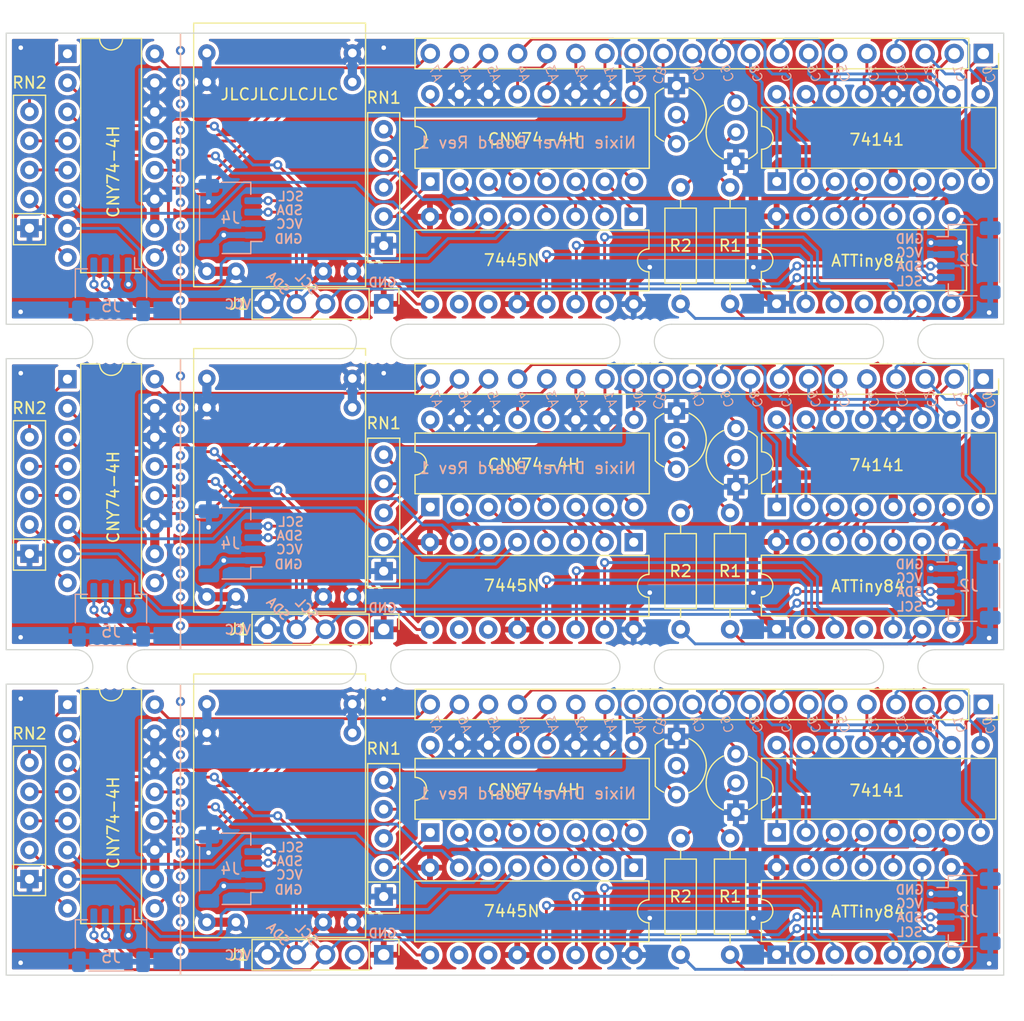
<source format=kicad_pcb>
(kicad_pcb (version 20221018) (generator pcbnew)
  (layers (0 "F.Cu" signal) (31 "B.Cu" signal) (34 "B.Paste" user) (35 "F.Paste" user) (36 "B.SilkS" user "B.Silkscreen") (37 "F.SilkS" user "F.Silkscreen") (38 "B.Mask" user) (39 "F.Mask" user) (44 "Edge.Cuts" user))
  (net 0 "")
  (net 1 "GND")
  (net 3 "/SCL")
  (net 4 "/SDA")
  (net 5 "VCC")
  (net 6 "/C0")
  (net 7 "/C1")
  (net 8 "/C2")
  (net 9 "/C3")
  (net 10 "/C4")
  (net 11 "/C5")
  (net 12 "/C6")
  (net 13 "/C7")
  (net 14 "/C8")
  (net 15 "/C9")
  (net 16 "/CA")
  (net 17 "/CB")
  (net 18 "/A0")
  (net 19 "/A1")
  (net 20 "/A2")
  (net 21 "/A3")
  (net 22 "/A4")
  (net 23 "/A5")
  (net 24 "/A6")
  (net 25 "/A7")
  (net 26 "Net-(Q1-Pad2)")
  (net 27 "Net-(Q2-Pad2)")
  (net 28 "/LHDP")
  (net 29 "/RHDP")
  (net 30 "/dig_0")
  (net 31 "/dig_1")
  (net 33 "/dig_2")
  (net 34 "/num_3")
  (net 35 "/num_2")
  (net 36 "/num_1")
  (net 37 "/num_0")
  (net 38 "/drv_A7")
  (net 39 "/drv_A6")
  (net 40 "/drv_A5")
  (net 41 "/drv_A4")
  (net 42 "/drv_A3")
  (net 43 "/drv_A2")
  (net 44 "/drv_A1")
  (net 45 "/drv_A0")
  (net 46 "HT")
  (net 47 "Net-(RN1-Pad2)")
  (net 48 "Net-(RN1-Pad3)")
  (net 49 "Net-(RN1-Pad4)")
  (net 50 "Net-(RN1-Pad5)")
  (net 51 "Net-(RN2-Pad2)")
  (net 52 "Net-(RN2-Pad3)")
  (net 53 "Net-(RN2-Pad4)")
  (net 54 "Net-(RN2-Pad5)")
  (footprint "Package_TO_SOT_THT:TO-92_Inline_Wide" (layer "F.Cu") (at 88.032 63.452 -90)
    (fp_text reference "Q2" hide)
    (fp_text value "MPSA42")
  )
  (footprint "Panelization:mouse-bite-3mm-slot" (layer "F.Cu") (at 61.6 57.38)
    (fp_text reference "mouse-bite-3mm-slot1" hide)
    (fp_text value "VAL**" hide)
  )
  (footprint "Connector_PinHeader_2.54mm:PinHeader_1x05_P2.54mm_Vertical" (layer "F.Cu") (at 62.484 110.902 -90)
    (fp_text reference "J1")
    (fp_text value "Conn_01x05")
  )
  (footprint "Panelization:mouse-bite-3mm-slot" (layer "F.Cu") (at 107.6 85.78)
    (fp_text reference "mouse-bite-3mm-slot7" hide)
    (fp_text value "VAL**" hide)
  )
  (footprint "Resistor_THT:R_Axial_DIN0207_L6.3mm_D2.5mm_P10.16mm_Horizontal" (layer "F.Cu") (at 88.392 110.902 90)
    (fp_text reference "R2")
    (fp_text value "100K")
  )
  (footprint "Panelization:mouse-bite-3mm-slot" (layer "F.Cu") (at 38.6 57.38)
    (fp_text reference "mouse-bite-3mm-slot" hide)
    (fp_text value "VAL**" hide)
  )
  (footprint "Connector_PinSocket_2.54mm:PinSocket_1x20_P2.54mm_Vertical" (layer "F.Cu") (at 114.808 60.658 -90)
    (fp_text reference "J3" hide)
    (fp_text value "Conn_01x20")
  )
  (footprint "Panelization:mouse-bite-3mm-slot" (layer "F.Cu") (at 38.6 85.78)
    (fp_text reference "mouse-bite-3mm-slot4" hide)
    (fp_text value "VAL**" hide)
  )
  (footprint "Package_DIP:DIP-14_W7.62mm" (layer "F.Cu") (at 96.769 54.092 90)
    (fp_text reference "U1" hide)
    (fp_text value "ATtiny84-20P")
  )
  (footprint "Package_TO_SOT_THT:TO-92_Inline_Wide" (layer "F.Cu") (at 93.218 41.656 90)
    (fp_text reference "Q1" hide)
    (fp_text value "MPSA42")
  )
  (footprint "nixie-parts:small-hv-1.1" (layer "F.Cu") (at 53.4 41.1 180)
    (fp_text reference "U6" hide)
    (fp_text value "small-hv-1.1")
  )
  (footprint "Resistor_THT:R_Axial_DIN0207_L6.3mm_D2.5mm_P10.16mm_Horizontal" (layer "F.Cu") (at 88.392 54.102 90)
    (fp_text reference "R2")
    (fp_text value "100K")
  )
  (footprint "Package_DIP:DIP-14_W7.62mm" (layer "F.Cu") (at 96.769 110.892 90)
    (fp_text reference "U1" hide)
    (fp_text value "ATtiny84-20P")
  )
  (footprint "Package_DIP:DIP-16_W7.62mm" (layer "F.Cu") (at 34.886 32.273)
    (fp_text reference "U5" hide)
    (fp_text value "CNY74-4H")
  )
  (footprint "Resistor_THT:R_Array_SIP5" (layer "F.Cu") (at 62.484 77.422 90)
    (fp_text reference "RN1")
    (fp_text value "220")
  )
  (footprint "Package_DIP:DIP-16_W7.62mm" (layer "F.Cu") (at 34.886 60.673)
    (fp_text reference "U5" hide)
    (fp_text value "CNY74-4H")
  )
  (footprint "Package_DIP:DIP-14_W7.62mm" (layer "F.Cu") (at 96.769 82.492 90)
    (fp_text reference "U1" hide)
    (fp_text value "ATtiny84-20P")
  )
  (footprint "Resistor_THT:R_Array_SIP5" (layer "F.Cu") (at 31.574 47.498 90)
    (fp_text reference "RN2")
    (fp_text value "220")
  )
  (footprint "Panelization:mouse-bite-3mm-slot" (layer "F.Cu") (at 84.6 57.38)
    (fp_text reference "mouse-bite-3mm-slot2" hide)
    (fp_text value "VAL**" hide)
  )
  (footprint "Package_DIP:DIP-16_W7.62mm" (layer "F.Cu") (at 84.3 103.3 -90)
    (fp_text reference "U3" hide)
    (fp_text value "7445")
  )
  (footprint "Package_TO_SOT_THT:TO-92_Inline_Wide" (layer "F.Cu") (at 93.218 98.456 90)
    (fp_text reference "Q1" hide)
    (fp_text value "MPSA42")
  )
  (footprint "Package_DIP:DIP-16_W7.62mm" (layer "F.Cu") (at 96.789 43.424 90)
    (fp_text reference "U2" hide)
    (fp_text value "74141")
  )
  (footprint "Panelization:mouse-bite-3mm-slot" (layer "F.Cu") (at 61.6 85.78)
    (fp_text reference "mouse-bite-3mm-slot5" hide)
    (fp_text value "VAL**" hide)
  )
  (footprint "Resistor_THT:R_Array_SIP5" (layer "F.Cu") (at 62.484 49.022 90)
    (fp_text reference "RN1")
    (fp_text value "220")
  )
  (footprint "Panelization:mouse-bite-3mm-slot" (layer "F.Cu") (at 84.6 85.78)
    (fp_text reference "mouse-bite-3mm-slot6" hide)
    (fp_text value "VAL**" hide)
  )
  (footprint "Package_DIP:DIP-16_W7.62mm" (layer "F.Cu") (at 66.548 100.234 90)
    (fp_text reference "U4" hide)
    (fp_text value "CNY74-4H")
  )
  (footprint "Package_DIP:DIP-16_W7.62mm" (layer "F.Cu") (at 84.3 74.9 -90)
    (fp_text reference "U3" hide)
    (fp_text value "7445")
  )
  (footprint "Package_TO_SOT_THT:TO-92_Inline_Wide" (layer "F.Cu") (at 88.032 91.852 -90)
    (fp_text reference "Q2" hide)
    (fp_text value "MPSA42")
  )
  (footprint "Package_DIP:DIP-16_W7.62mm" (layer "F.Cu") (at 66.548 43.434 90)
    (fp_text reference "U4" hide)
    (fp_text value "CNY74-4H")
  )
  (footprint "Resistor_THT:R_Axial_DIN0207_L6.3mm_D2.5mm_P10.16mm_Horizontal" (layer "F.Cu") (at 92.71 54.102 90)
    (fp_text reference "R1")
    (fp_text value "100K")
  )
  (footprint "Resistor_THT:R_Axial_DIN0207_L6.3mm_D2.5mm_P10.16mm_Horizontal" (layer "F.Cu") (at 88.392 82.502 90)
    (fp_text reference "R2")
    (fp_text value "100K")
  )
  (footprint "Package_TO_SOT_THT:TO-92_Inline_Wide" (layer "F.Cu") (at 93.218 70.056 90)
    (fp_text reference "Q1" hide)
    (fp_text value "MPSA42")
  )
  (footprint "Resistor_THT:R_Axial_DIN0207_L6.3mm_D2.5mm_P10.16mm_Horizontal" (layer "F.Cu") (at 92.71 110.902 90)
    (fp_text reference "R1")
    (fp_text value "100K")
  )
  (footprint "Connector_PinHeader_2.54mm:PinHeader_1x05_P2.54mm_Vertical" (layer "F.Cu") (at 62.484 82.502 -90)
    (fp_text reference "J1")
    (fp_text value "Conn_01x05")
  )
  (footprint "Package_DIP:DIP-16_W7.62mm" (layer "F.Cu") (at 84.3 46.5 -90)
    (fp_text reference "U3" hide)
    (fp_text value "7445")
  )
  (footprint "Connector_PinSocket_2.54mm:PinSocket_1x20_P2.54mm_Vertical" (layer "F.Cu") (at 114.808 32.258 -90)
    (fp_text reference "J3" hide)
    (fp_text value "Conn_01x20")
  )
  (footprint "Connector_PinHeader_2.54mm:PinHeader_1x05_P2.54mm_Vertical" (layer "F.Cu") (at 62.484 54.102 -90)
    (fp_text reference "J1")
    (fp_text value "Conn_01x05")
  )
  (footprint "Connector_PinSocket_2.54mm:PinSocket_1x20_P2.54mm_Vertical" (layer "F.Cu") (at 114.808 89.058 -90)
    (fp_text reference "J3" hide)
    (fp_text value "Conn_01x20")
  )
  (footprint "Panelization:mouse-bite-3mm-slot" (layer "F.Cu") (at 107.6 57.38)
    (fp_text reference "mouse-bite-3mm-slot3" hide)
    (fp_text value "VAL**" hide)
  )
  (footprint "nixie-parts:small-hv-1.1" (layer "F.Cu") (at 53.4 97.9 180)
    (fp_text reference "U6" hide)
    (fp_text value "small-hv-1.1")
  )
  (footprint "Package_DIP:DIP-16_W7.62mm" (layer "F.Cu") (at 96.789 100.224 90)
    (fp_text reference "U2" hide)
    (fp_text value "74141")
  )
  (footprint "nixie-parts:small-hv-1.1" (layer "F.Cu") (at 53.4 69.5 180)
    (fp_text reference "U6" hide)
    (fp_text value "small-hv-1.1")
  )
  (footprint "Package_DIP:DIP-16_W7.62mm" (layer "F.Cu") (at 34.886 89.073)
    (fp_text reference "U5" hide)
    (fp_text value "CNY74-4H")
  )
  (footprint "Package_DIP:DIP-16_W7.62mm" (layer "F.Cu") (at 96.789 71.824 90)
    (fp_text reference "U2" hide)
    (fp_text value "74141")
  )
  (footprint "Resistor_THT:R_Axial_DIN0207_L6.3mm_D2.5mm_P10.16mm_Horizontal" (layer "F.Cu") (at 92.71 82.502 90)
    (fp_text reference "R1")
    (fp_text value "100K")
  )
  (footprint "Resistor_THT:R_Array_SIP5" (layer "F.Cu") (at 31.574 104.298 90)
    (fp_text reference "RN2")
    (fp_text value "220")
  )
  (footprint "Package_TO_SOT_THT:TO-92_Inline_Wide" (layer "F.Cu") (at 88.032 35.052 -90)
    (fp_text reference "Q2" hide)
    (fp_text value "MPSA42")
  )
  (footprint "Package_DIP:DIP-16_W7.62mm" (layer "F.Cu") (at 66.548 71.834 90)
    (fp_text reference "U4" hide)
    (fp_text value "CNY74-4H")
  )
  (footprint "Resistor_THT:R_Array_SIP5" (layer "F.Cu") (at 62.484 105.822 90)
    (fp_text reference "RN1")
    (fp_text value "220")
  )
  (footprint "Resistor_THT:R_Array_SIP5" (layer "F.Cu") (at 31.574 75.898 90)
    (fp_text reference "RN2")
    (fp_text value "220")
  )
  (footprint "Connector_JST:JST_SH_SM04B-SRSS-TB_1x04-1MP_P1.00mm_Horizontal" (layer "B.Cu") (at 49.1 103.4 90)
    (fp_text reference "J4")
    (fp_text value "Conn_01x04_MountingPin")
  )
  (footprint "Connector_JST:JST_SH_SM04B-SRSS-TB_1x04-1MP_P1.00mm_Horizontal" (layer "B.Cu") (at 113.538 78.692 -90)
    (fp_text reference "J2")
    (fp_text value "Conn_01x04_MountingPin")
  )
  (footprint "Connector_JST:JST_SH_SM04B-SRSS-TB_1x04-1MP_P1.00mm_Horizontal" (layer "B.Cu") (at 38.686 109.632 180)
    (fp_text reference "J5")
    (fp_text value "Conn_01x04_MountingPin")
  )
  (footprint "Connector_JST:JST_SH_SM04B-SRSS-TB_1x04-1MP_P1.00mm_Horizontal" (layer "B.Cu") (at 49.1 46.6 90)
    (fp_text reference "J4")
    (fp_text value "Conn_01x04_MountingPin")
  )
  (footprint "Connector_JST:JST_SH_SM04B-SRSS-TB_1x04-1MP_P1.00mm_Horizontal" (layer "B.Cu") (at 113.538 107.092 -90)
    (fp_text reference "J2")
    (fp_text value "Conn_01x04_MountingPin")
  )
  (footprint "Connector_JST:JST_SH_SM04B-SRSS-TB_1x04-1MP_P1.00mm_Horizontal" (layer "B.Cu") (at 38.686 52.832 180)
    (fp_text reference "J5")
    (fp_text value "Conn_01x04_MountingPin")
  )
  (footprint "Connector_JST:JST_SH_SM04B-SRSS-TB_1x04-1MP_P1.00mm_Horizontal" (layer "B.Cu") (at 113.538 50.292 -90)
    (fp_text reference "J2")
    (fp_text value "Conn_01x04_MountingPin")
  )
  (footprint "Connector_JST:JST_SH_SM04B-SRSS-TB_1x04-1MP_P1.00mm_Horizontal" (layer "B.Cu") (at 49.1 75 90)
    (fp_text reference "J4")
    (fp_text value "Conn_01x04_MountingPin")
  )
  (footprint "Connector_JST:JST_SH_SM04B-SRSS-TB_1x04-1MP_P1.00mm_Horizontal" (layer "B.Cu") (at 38.686 81.232 180)
    (fp_text reference "J5")
    (fp_text value "Conn_01x04_MountingPin")
  )
  (gr_line (start 44.75 54.75) (end 44.75 55.85) (stroke (width 0.12)) (layer "B.SilkS"))
  (gr_line (start 44.75 112.65) (end 44.75 87.3) (stroke (width 0.12)) (layer "B.SilkS"))
  (gr_line (start 44.75 84.25) (end 44.75 58.9) (stroke (width 0.12)) (layer "B.SilkS"))
  (gr_line (start 44.75 111.55) (end 44.75 112.65) (stroke (width 0.12)) (layer "B.SilkS"))
  (gr_line (start 44.75 55.85) (end 44.75 30.5) (stroke (width 0.12)) (layer "B.SilkS"))
  (gr_line (start 44.75 83.15) (end 44.75 84.25) (stroke (width 0.12)) (layer "B.SilkS"))
  (gr_line (start 44.75 112.65) (end 44.75 87.3) (stroke (width 0.12)) (layer "F.SilkS"))
  (gr_line (start 44.75 55.85) (end 44.75 30.5) (stroke (width 0.12)) (layer "F.SilkS"))
  (gr_line (start 44.75 84.25) (end 44.75 58.9) (stroke (width 0.12)) (layer "F.SilkS"))
  (gr_arc (start 81.6 55.88) (mid 83.1 57.38) (end 81.6 58.88) (stroke (width 0.1)) (layer "Edge.Cuts"))
  (gr_arc (start 64.6 87.28) (mid 63.1 85.78) (end 64.6 84.28) (stroke (width 0.1)) (layer "Edge.Cuts"))
  (gr_arc (start 104.6 84.28) (mid 106.1 85.78) (end 104.6 87.28) (stroke (width 0.1)) (layer "Edge.Cuts"))
  (gr_arc (start 58.6 55.88) (mid 60.1 57.38) (end 58.6 58.88) (stroke (width 0.1)) (layer "Edge.Cuts"))
  (gr_line (start 110.6 84.28) (end 116.586 84.28) (stroke (width 0.1)) (layer "Edge.Cuts"))
  (gr_line (start 110.6 58.88) (end 116.586 58.88) (stroke (width 0.1)) (layer "Edge.Cuts"))
  (gr_arc (start 58.6 84.28) (mid 60.1 85.78) (end 58.6 87.28) (stroke (width 0.1)) (layer "Edge.Cuts"))
  (gr_line (start 29.542 55.88) (end 35.6 55.88) (stroke (width 0.1)) (layer "Edge.Cuts"))
  (gr_line (start 101.6 112.68) (end 116.586 112.68) (stroke (width 0.1)) (layer "Edge.Cuts"))
  (gr_line (start 64.6 58.88) (end 81.6 58.88) (stroke (width 0.1)) (layer "Edge.Cuts"))
  (gr_arc (start 35.6 84.28) (mid 37.1 85.78) (end 35.6 87.28) (stroke (width 0.1)) (layer "Edge.Cuts"))
  (gr_line (start 116.586 112.68) (end 116.586 87.28) (stroke (width 0.1)) (layer "Edge.Cuts"))
  (gr_line (start 41.6 55.88) (end 58.6 55.88) (stroke (width 0.1)) (layer "Edge.Cuts"))
  (gr_line (start 64.6 87.28) (end 81.6 87.28) (stroke (width 0.1)) (layer "Edge.Cuts"))
  (gr_line (start 29.542 58.88) (end 35.6 58.88) (stroke (width 0.1)) (layer "Edge.Cuts"))
  (gr_line (start 29.542 87.28) (end 35.6 87.28) (stroke (width 0.1)) (layer "Edge.Cuts"))
  (gr_arc (start 104.6 55.88) (mid 106.1 57.38) (end 104.6 58.88) (stroke (width 0.1)) (layer "Edge.Cuts"))
  (gr_line (start 41.6 84.28) (end 58.6 84.28) (stroke (width 0.1)) (layer "Edge.Cuts"))
  (gr_arc (start 87.6 58.88) (mid 86.1 57.38) (end 87.6 55.88) (stroke (width 0.1)) (layer "Edge.Cuts"))
  (gr_arc (start 64.6 58.88) (mid 63.1 57.38) (end 64.6 55.88) (stroke (width 0.1)) (layer "Edge.Cuts"))
  (gr_line (start 116.586 55.88) (end 116.586 30.48) (stroke (width 0.1)) (layer "Edge.Cuts"))
  (gr_arc (start 41.6 87.28) (mid 40.1 85.78) (end 41.6 84.28) (stroke (width 0.1)) (layer "Edge.Cuts"))
  (gr_line (start 116.586 84.28) (end 116.586 58.88) (stroke (width 0.1)) (layer "Edge.Cuts"))
  (gr_line (start 87.6 87.28) (end 104.6 87.28) (stroke (width 0.1)) (layer "Edge.Cuts"))
  (gr_line (start 110.6 55.88) (end 116.586 55.88) (stroke (width 0.1)) (layer "Edge.Cuts"))
  (gr_line (start 29.542 30.48) (end 29.542 55.88) (stroke (width 0.1)) (layer "Edge.Cuts"))
  (gr_line (start 87.6 84.28) (end 104.6 84.28) (stroke (width 0.1)) (layer "Edge.Cuts"))
  (gr_arc (start 110.6 87.28) (mid 109.1 85.78) (end 110.6 84.28) (stroke (width 0.1)) (layer "Edge.Cuts"))
  (gr_line (start 41.6 87.28) (end 58.6 87.28) (stroke (width 0.1)) (layer "Edge.Cuts"))
  (gr_line (start 64.6 55.88) (end 81.6 55.88) (stroke (width 0.1)) (layer "Edge.Cuts"))
  (gr_line (start 87.6 58.88) (end 104.6 58.88) (stroke (width 0.1)) (layer "Edge.Cuts"))
  (gr_arc (start 35.6 55.88) (mid 37.1 57.38) (end 35.6 58.88) (stroke (width 0.1)) (layer "Edge.Cuts"))
  (gr_line (start 29.542 30.48) (end 101.6 30.48) (stroke (width 0.1)) (layer "Edge.Cuts"))
  (gr_line (start 110.6 87.28) (end 116.586 87.28) (stroke (width 0.1)) (layer "Edge.Cuts"))
  (gr_arc (start 81.6 84.28) (mid 83.1 85.78) (end 81.6 87.28) (stroke (width 0.1)) (layer "Edge.Cuts"))
  (gr_line (start 87.6 55.88) (end 104.6 55.88) (stroke (width 0.1)) (layer "Edge.Cuts"))
  (gr_line (start 29.542 87.28) (end 29.542 112.68) (stroke (width 0.1)) (layer "Edge.Cuts"))
  (gr_line (start 116.586 30.48) (end 101.6 30.48) (stroke (width 0.1)) (layer "Edge.Cuts"))
  (gr_arc (start 41.6 58.88) (mid 40.1 57.38) (end 41.6 55.88) (stroke (width 0.1)) (layer "Edge.Cuts"))
  (gr_line (start 29.542 84.28) (end 35.6 84.28) (stroke (width 0.1)) (layer "Edge.Cuts"))
  (gr_line (start 29.542 112.68) (end 101.6 112.68) (stroke (width 0.1)) (layer "Edge.Cuts"))
  (gr_line (start 41.6 58.88) (end 58.6 58.88) (stroke (width 0.1)) (layer "Edge.Cuts"))
  (gr_arc (start 110.6 58.88) (mid 109.1 57.38) (end 110.6 55.88) (stroke (width 0.1)) (layer "Edge.Cuts"))
  (gr_arc (start 87.6 87.28) (mid 86.1 85.78) (end 87.6 84.28) (stroke (width 0.1)) (layer "Edge.Cuts"))
  (gr_line (start 29.542 58.88) (end 29.542 84.28) (stroke (width 0.1)) (layer "Edge.Cuts"))
  (gr_line (start 64.6 84.28) (end 81.6 84.28) (stroke (width 0.1)) (layer "Edge.Cuts"))
  (gr_text "C8" (at 94.9452 33.9852 -70) (layer "B.SilkS") (effects (font (size 0.8 0.8) (thickness 0.1)) (justify mirror)))
  (gr_text "CB" (at 86.5124 62.5376 -110) (layer "B.SilkS") (effects (font (size 0.8 0.8) (thickness 0.1)) (justify mirror)))
  (gr_text "C6" (at 100.0252 33.9852 -70) (layer "B.SilkS") (effects (font (size 0.8 0.8) (thickness 0.1)) (justify mirror)))
  (gr_text "GND" (at 109.7 77.3) (layer "B.SilkS") (effects (font (size 0.8 0.8)) (justify left bottom mirror)))
  (gr_text "A1" (at 82.2452 90.7852 -70) (layer "B.SilkS") (effects (font (size 0.8 0.8) (thickness 0.1)) (justify mirror)))
  (gr_text "Nixie Driver Board Rev 1" (at 75.0316 40.0304) (layer "B.SilkS") (effects (font (size 1 1)) (justify mirror)))
  (gr_text "SCL" (at 55.6 102) (layer "B.SilkS") (effects (font (size 0.8 0.8)) (justify left bottom mirror)))
  (gr_text "Nixie Driver Board Rev 1" (at 75.0316 68.4304) (layer "B.SilkS") (effects (font (size 1 1)) (justify mirror)))
  (gr_text "SCL" (at 55.6 73.6) (layer "B.SilkS") (effects (font (size 0.8 0.8)) (justify left bottom mirror)))
  (gr_text "C4" (at 105.1052 33.9852 -70) (layer "B.SilkS") (effects (font (size 0.8 0.8) (thickness 0.1)) (justify mirror)))
  (gr_text "C7" (at 97.4852 62.3852 -70) (layer "B.SilkS") (effects (font (size 0.8 0.8) (thickness 0.1)) (justify mirror)))
  (gr_text "VCC" (at 51 111.4) (layer "B.SilkS") (effects (font (size 0.8 0.8)) (justify left bottom mirror)))
  (gr_text "SCL" (at 109.6 52.6) (layer "B.SilkS") (effects (font (size 0.8 0.8)) (justify left bottom mirror)))
  (gr_text "C2" (at 110.1852 90.7852 -70) (layer "B.SilkS") (effects (font (size 0.8 0.8) (thickness 0.1)) (justify mirror)))
  (gr_text "A6" (at 69.5452 90.7852 -70) (layer "B.SilkS") (effects (font (size 0.8 0.8) (thickness 0.1)) (justify mirror)))
  (gr_text "C9" (at 92.4052 90.7852 -70) (layer "B.SilkS") (effects (font (size 0.8 0.8) (thickness 0.1)) (justify mirror)))
  (gr_text "CA" (at 89.8652 90.7852 -70) (layer "B.SilkS") (effects (font (size 0.8 0.8) (thickness 0.1)) (justify mirror)))
  (gr_text "C4" (at 105.1052 62.3852 -70) (layer "B.SilkS") (effects (font (size 0.8 0.8) (thickness 0.1)) (justify mirror)))
  (gr_text "GND" (at 109.7 105.7) (layer "B.SilkS") (effects (font (size 0.8 0.8)) (justify left bottom mirror)))
  (gr_text "C0" (at 115.2652 90.8868 -70) (layer "B.SilkS") (effects (font (size 0.8 0.8) (thickness 0.1)) (justify mirror)))
  (gr_text "CA" (at 89.8652 62.3852 -70) (layer "B.SilkS") (effects (font (size 0.8 0.8) (thickness 0.1)) (justify mirror)))
  (gr_text "C0" (at 115.2652 62.4868 -70) (layer "B.SilkS") (effects (font (size 0.8 0.8) (thickness 0.1)) (justify mirror)))
  (gr_text "C1" (at 112.7252 90.7852 -70) (layer "B.SilkS") (effects (font (size 0.8 0.8) (thickness 0.1)) (justify mirror)))
  (gr_text "C5" (at 102.5652 33.9852 -70) (layer "B.SilkS") (effects (font (size 0.8 0.8) (thickness 0.1)) (justify mirror)))
  (gr_text "VCC" (at 55.5 104.4) (layer "B.SilkS") (effects (font (size 0.8 0.8)) (justify left bottom mirror)))
  (gr_text "A4" (at 74.6252 33.9852 -70) (layer "B.SilkS") (effects (font (size 0.8 0.8) (thickness 0.1)) (justify mirror)))
  (gr_text "SCL" (at 56.3 81.9 -45) (layer "B.SilkS") (effects (font (size 0.8 0.8)) (justify left bottom mirror)))
  (gr_text "SCL" (at 56.3 53.5 -45) (layer "B.SilkS") (effects (font (size 0.8 0.8)) (justify left bottom mirror)))
  (gr_text "A7" (at 67.0052 90.7852 -70) (layer "B.SilkS") (effects (font (size 0.8 0.8) (thickness 0.1)) (justify mirror)))
  (gr_text "A1" (at 82.2452 33.9852 -70) (layer "B.SilkS") (effects (font (size 0.8 0.8) (thickness 0.1)) (justify mirror)))
  (gr_text "VCC" (at 51 54.6) (layer "B.SilkS") (effects (font (size 0.8 0.8)) (justify left bottom mirror)))
  (gr_text "A6" (at 69.5452 62.3852 -70) (layer "B.SilkS") (effects (font (size 0.8 0.8) (thickness 0.1)) (justify mirror)))
  (gr_text "A1" (at 82.2452 62.3852 -70) (layer "B.SilkS") (effects (font (size 0.8 0.8) (thickness 0.1)) (justify mirror)))
  (gr_text "A0" (at 84.7852 62.3852 -70) (layer "B.SilkS") (effects (font (size 0.8 0.8) (thickness 0.1)) (justify mirror)))
  (gr_text "C4" (at 105.1052 90.7852 -70) (layer "B.SilkS") (effects (font (size 0.8 0.8) (thickness 0.1)) (justify mirror)))
  (gr_text "A2" (at 79.7052 62.3852 -70) (layer "B.SilkS") (effects (font (size 0.8 0.8) (thickness 0.1)) (justify mirror)))
  (gr_text "SDA" (at 53.8 53.5 -45) (layer "B.SilkS") (effects (font (size 0.8 0.8)) (justify left bottom mirror)))
  (gr_text "A0" (at 84.7852 90.7852 -70) (layer "B.SilkS") (effects (font (size 0.8 0.8) (thickness 0.1)) (justify mirror)))
  (gr_text "A4" (at 74.6252 62.3852 -70) (layer "B.SilkS") (effects (font (size 0.8 0.8) (thickness 0.1)) (justify mirror)))
  (gr_text "A2" (at 79.7052 90.7852 -70) (layer "B.SilkS") (effects (font (size 0.8 0.8) (thickness 0.1)) (justify mirror)))
  (gr_text "A4" (at 74.6252 90.7852 -70) (layer "B.SilkS") (effects (font (size 0.8 0.8) (thickness 0.1)) (justify mirror)))
  (gr_text "A5" (at 72.0852 90.7852 -70) (layer "B.SilkS") (effects (font (size 0.8 0.8) (thickness 0.1)) (justify mirror)))
  (gr_text "CB" (at 86.5124 34.1376 -110) (layer "B.SilkS") (effects (font (size 0.8 0.8) (thickness 0.1)) (justify mirror)))
  (gr_text "GND" (at 55.5 77.3) (layer "B.SilkS") (effects (font (size 0.8 0.8)) (justify left bottom mirror)))
  (gr_text "VCC" (at 55.5 47.6) (layer "B.SilkS") (effects (font (size 0.8 0.8)) (justify left bottom mirror)))
  (gr_text "CA" (at 89.8652 33.9852 -70) (layer "B.SilkS") (effects (font (size 0.8 0.8) (thickness 0.1)) (justify mirror)))
  (gr_text "C6" (at 100.0252 90.7852 -70) (layer "B.SilkS") (effects (font (size 0.8 0.8) (thickness 0.1)) (justify mirror)))
  (gr_text "SDA" (at 55.5 103.2) (layer "B.SilkS") (effects (font (size 0.8 0.8)) (justify left bottom mirror)))
  (gr_text "C6" (at 100.0252 62.3852 -70) (layer "B.SilkS") (effects (font (size 0.8 0.8) (thickness 0.1)) (justify mirror)))
  (gr_text "C8" (at 94.9452 62.3852 -70) (layer "B.SilkS") (effects (font (size 0.8 0.8) (thickness 0.1)) (justify mirror)))
  (gr_text "C1" (at 112.7252 33.9852 -70) (layer "B.SilkS") (effects (font (size 0.8 0.8) (thickness 0.1)) (justify mirror)))
  (gr_text "SDA" (at 53.8 110.3 -45) (layer "B.SilkS") (effects (font (size 0.8 0.8)) (justify left bottom mirror)))
  (gr_text "VCC" (at 55.5 76) (layer "B.SilkS") (effects (font (size 0.8 0.8)) (justify left bottom mirror)))
  (gr_text "C0" (at 115.2652 34.0868 -70) (layer "B.SilkS") (effects (font (size 0.8 0.8) (thickness 0.1)) (justify mirror)))
  (gr_text "SDA" (at 109.6 79.7) (layer "B.SilkS") (effects (font (size 0.8 0.8)) (justify left bottom mirror)))
  (gr_text "GND" (at 55.5 105.7) (layer "B.SilkS") (effects (font (size 0.8 0.8)) (justify left bottom mirror)))
  (gr_text "C8" (at 94.9452 90.7852 -70) (layer "B.SilkS") (effects (font (size 0.8 0.8) (thickness 0.1)) (justify mirror)))
  (gr_text "A6" (at 69.5452 33.9852 -70) (layer "B.SilkS") (effects (font (size 0.8 0.8) (thickness 0.1)) (justify mirror)))
  (gr_text "A5" (at 72.0852 33.9852 -70) (layer "B.SilkS") (effects (font (size 0.8 0.8) (thickness 0.1)) (justify mirror)))
  (gr_text "CB" (at 86.5124 90.9376 -110) (layer "B.SilkS") (effects (font (size 0.8 0.8) (thickness 0.1)) (justify mirror)))
  (gr_text "VCC" (at 109.6 106.9) (layer "B.SilkS") (effects (font (size 0.8 0.8)) (justify left bottom mirror)))
  (gr_text "GND" (at 63.7 81.1) (layer "B.SilkS") (effects (font (size 0.8 0.8)) (justify left bottom mirror)))
  (gr_text "SDA" (at 109.6 108.1) (layer "B.SilkS") (effects (font (size 0.8 0.8)) (justify left bottom mirror)))
  (gr_text "A3" (at 77.1652 90.7852 -70) (layer "B.SilkS") (effects (font (size 0.8 0.8) (thickness 0.1)) (justify mirror)))
  (gr_text "C7" (at 97.4852 90.7852 -70) (layer "B.SilkS") (effects (font (size 0.8 0.8) (thickness 0.1)) (justify mirror)))
  (gr_text "C5" (at 102.5652 90.7852 -70) (layer "B.SilkS") (effects (font (size 0.8 0.8) (thickness 0.1)) (justify mirror)))
  (gr_text "GND" (at 63.7 52.7) (layer "B.SilkS") (effects (font (size 0.8 0.8)) (justify left bottom mirror)))
  (gr_text "SCL" (at 109.6 109.4) (layer "B.SilkS") (effects (font (size 0.8 0.8)) (justify left bottom mirror)))
  (gr_text "C3" (at 107.6452 62.3852 -70) (layer "B.SilkS") (effects (font (size 0.8 0.8) (thickness 0.1)) (justify mirror)))
  (gr_text "A2" (at 79.7052 33.9852 -70) (layer "B.SilkS") (effects (font (size 0.8 0.8) (thickness 0.1)) (justify mirror)))
  (gr_text "SDA" (at 55.5 46.4) (layer "B.SilkS") (effects (font (size 0.8 0.8)) (justify left bottom mirror)))
  (gr_text "C2" (at 110.1852 33.9852 -70) (layer "B.SilkS") (effects (font (size 0.8 0.8) (thickness 0.1)) (justify mirror)))
  (gr_text "SDA" (at 53.8 81.9 -45) (layer "B.SilkS") (effects (font (size 0.8 0.8)) (justify left bottom mirror)))
  (gr_text "GND" (at 55.5 48.9) (layer "B.SilkS") (effects (font (size 0.8 0.8)) (justify left bottom mirror)))
  (gr_text "C9" (at 92.4052 33.9852 -70) (layer "B.SilkS") (effects (font (size 0.8 0.8) (thickness 0.1)) (justify mirror)))
  (gr_text "SCL" (at 109.6 81) (layer "B.SilkS") (effects (font (size 0.8 0.8)) (justify left bottom mirror)))
  (gr_text "SCL" (at 56.3 110.3 -45) (layer "B.SilkS") (effects (font (size 0.8 0.8)) (justify left bottom mirror)))
  (gr_text "C2" (at 110.1852 62.3852 -70) (layer "B.SilkS") (effects (font (size 0.8 0.8) (thickness 0.1)) (justify mirror)))
  (gr_text "VCC" (at 109.6 50.1) (layer "B.SilkS") (effects (font (size 0.8 0.8)) (justify left bottom mirror)))
  (gr_text "C3" (at 107.6452 90.7852 -70) (layer "B.SilkS") (effects (font (size 0.8 0.8) (thickness 0.1)) (justify mirror)))
  (gr_text "C1" (at 112.7252 62.3852 -70) (layer "B.SilkS") (effects (font (size 0.8 0.8) (thickness 0.1)) (justify mirror)))
  (gr_text "C9" (at 92.4052 62.3852 -70) (layer "B.SilkS") (effects (font (size 0.8 0.8) (thickness 0.1)) (justify mirror)))
  (gr_text "VCC" (at 51 83) (layer "B.SilkS") (effects (font (size 0.8 0.8)) (justify left bottom mirror)))
  (gr_text "A3" (at 77.1652 33.9852 -70) (layer "B.SilkS") (effects (font (size 0.8 0.8) (thickness 0.1)) (justify mirror)))
  (gr_text "C3" (at 107.6452 33.9852 -70) (layer "B.SilkS") (effects (font (size 0.8 0.8) (thickness 0.1)) (justify mirror)))
  (gr_text "SDA" (at 55.5 74.8) (layer "B.SilkS") (effects (font (size 0.8 0.8)) (justify left bottom mirror)))
  (gr_text "A0" (at 84.7852 33.9852 -70) (layer "B.SilkS") (effects (font (size 0.8 0.8) (thickness 0.1)) (justify mirror)))
  (gr_text "Nixie Driver Board Rev 1" (at 75.0316 96.8304) (layer "B.SilkS") (effects (font (size 1 1)) (justify mirror)))
  (gr_text "VCC" (at 109.6 78.5) (layer "B.SilkS") (effects (font (size 0.8 0.8)) (justify left bottom mirror)))
  (gr_text "GND" (at 109.7 48.9) (layer "B.SilkS") (effects (font (size 0.8 0.8)) (justify left bottom mirror)))
  (gr_text "A7" (at 67.0052 62.3852 -70) (layer "B.SilkS") (effects (font (size 0.8 0.8) (thickness 0.1)) (justify mirror)))
  (gr_text "C7" (at 97.4852 33.9852 -70) (layer "B.SilkS") (effects (font (size 0.8 0.8) (thickness 0.1)) (justify mirror)))
  (gr_text "SCL" (at 55.6 45.2) (layer "B.SilkS") (effects (font (size 0.8 0.8)) (justify left bottom mirror)))
  (gr_text "A7" (at 67.0052 33.9852 -70) (layer "B.SilkS") (effects (font (size 0.8 0.8) (thickness 0.1)) (justify mirror)))
  (gr_text "GND" (at 63.7 109.5) (layer "B.SilkS") (effects (font (size 0.8 0.8)) (justify left bottom mirror)))
  (gr_text "A3" (at 77.1652 62.3852 -70) (layer "B.SilkS") (effects (font (size 0.8 0.8) (thickness 0.1)) (justify mirror)))
  (gr_text "A5" (at 72.0852 62.3852 -70) (layer "B.SilkS") (effects (font (size 0.8 0.8) (thickness 0.1)) (justify mirror)))
  (gr_text "C5" (at 102.5652 62.3852 -70) (layer "B.SilkS") (effects (font (size 0.8 0.8) (thickness 0.1)) (justify mirror)))
  (gr_text "SDA" (at 109.6 51.3) (layer "B.SilkS") (effects (font (size 0.8 0.8)) (justify left bottom mirror)))
  (gr_text "CNY74-4H" (at 75.5904 96.5256) (layer "F.SilkS") (effects (font (size 1 1))))
  (gr_text "74141" (at 105.5116 96.5764) (layer "F.SilkS") (effects (font (size 1 1))))
  (gr_text "7445N" (at 73.65 107.092) (layer "F.SilkS") (effects (font (size 1 1))))
  (gr_text "ATTiny84" (at 104.7496 50.3428) (layer "F.SilkS") (effects (font (size 1 1))))
  (gr_text "74141" (at 105.5116 68.1764) (layer "F.SilkS") (effects (font (size 1 1))))
  (gr_text "CNY74-4H" (at 75.5904 68.1256) (layer "F.SilkS") (effects (font (size 1 1))))
  (gr_text "ATTiny84" (at 104.7496 107.1428) (layer "F.SilkS") (effects (font (size 1 1))))
  (gr_text "CNY74-4H" (at 75.5904 39.7256) (layer "F.SilkS") (effects (font (size 1 1))))
  (gr_text "ATTiny84" (at 104.7496 78.7428) (layer "F.SilkS") (effects (font (size 1 1))))
  (gr_text "7445N" (at 73.65 50.292) (layer "F.SilkS") (effects (font (size 1 1))))
  (gr_text "74141" (at 105.5116 39.7764) (layer "F.SilkS") (effects (font (size 1 1))))
  (gr_text "CNY74-4H" (at 38.8892 70.9704 90) (layer "F.SilkS") (effects (font (size 1 1))))
  (gr_text "JLCJLCJLCJLC" (at 48.15 36.4) (layer "F.SilkS") (effects (font (size 1 1)) (justify left bottom)))
  (gr_text "7445N" (at 73.65 78.692) (layer "F.SilkS") (effects (font (size 1 1))))
  (gr_text "CNY74-4H" (at 38.8892 42.5704 90) (layer "F.SilkS") (effects (font (size 1 1))))
  (gr_text "CNY74-4H" (at 38.8892 99.3704 90) (layer "F.SilkS") (effects (font (size 1 1))))
  (via (at 44.75 106.05) (size 0.8) (drill 0.4) (layers "F.Cu" "B.Cu") (net 0))
  (via (at 44.75 88.8) (size 0.8) (drill 0.4) (layers "F.Cu" "B.Cu") (net 0))
  (via (at 44.75 73.65) (size 0.8) (drill 0.4) (layers "F.Cu" "B.Cu") (net 0))
  (via (at 44.75 108.05) (size 0.8) (drill 0.4) (layers "F.Cu" "B.Cu") (net 0))
  (via (at 44.75 47.25) (size 0.8) (drill 0.4) (layers "F.Cu" "B.Cu") (net 0))
  (via (at 44.75 69.2) (size 0.8) (drill 0.4) (layers "F.Cu" "B.Cu") (net 0))
  (via (at 44.75 67.35) (size 0.8) (drill 0.4) (layers "F.Cu" "B.Cu") (net 0))
  (via (at 44.75 60.4) (size 0.8) (drill 0.4) (layers "F.Cu" "B.Cu") (net 0))
  (via (at 44.75 82.2) (size 0.8) (drill 0.4) (layers "F.Cu" "B.Cu") (net 0))
  (via (at 44.75 97.6) (size 0.8) (drill 0.4) (layers "F.Cu" "B.Cu") (net 0))
  (via (at 44.75 45.25) (size 0.8) (drill 0.4) (layers "F.Cu" "B.Cu") (net 0))
  (via (at 44.75 104.05) (size 0.8) (drill 0.4) (layers "F.Cu" "B.Cu") (net 0))
  (via (at 44.75 102.05) (size 0.8) (drill 0.4) (layers "F.Cu" "B.Cu") (net 0))
  (via (at 44.75 110.6) (size 0.8) (drill 0.4) (layers "F.Cu" "B.Cu") (net 0))
  (via (at 44.75 79.65) (size 0.8) (drill 0.4) (layers "F.Cu" "B.Cu") (net 0))
  (via (at 44.75 36.65) (size 0.8) (drill 0.4) (layers "F.Cu" "B.Cu") (net 0))
  (via (at 44.75 51.25) (size 0.8) (drill 0.4) (layers "F.Cu" "B.Cu") (net 0))
  (via (at 44.75 65.05) (size 0.8) (drill 0.4) (layers "F.Cu" "B.Cu") (net 0))
  (via (at 44.75 100.05) (size 0.8) (drill 0.4) (layers "F.Cu" "B.Cu") (net 0))
  (via (at 44.75 49.25) (size 0.8) (drill 0.4) (layers "F.Cu" "B.Cu") (net 0))
  (via (at 44.75 75.65) (size 0.8) (drill 0.4) (layers "F.Cu" "B.Cu") (net 0))
  (via (at 44.75 38.95) (size 0.8) (drill 0.4) (layers "F.Cu" "B.Cu") (net 0))
  (via (at 44.75 93.45) (size 0.8) (drill 0.4) (layers "F.Cu" "B.Cu") (net 0))
  (via (at 44.75 53.8) (size 0.8) (drill 0.4) (layers "F.Cu" "B.Cu") (net 0))
  (via (at 44.75 95.75) (size 0.8) (drill 0.4) (layers "F.Cu" "B.Cu") (net 0))
  (via (at 44.75 77.65) (size 0.8) (drill 0.4) (layers "F.Cu" "B.Cu") (net 0))
  (via (at 44.75 43.25) (size 0.8) (drill 0.4) (layers "F.Cu" "B.Cu") (net 0))
  (via (at 44.75 91.55) (size 0.8) (drill 0.4) (layers "F.Cu" "B.Cu") (net 0))
  (via (at 44.75 40.8) (size 0.8) (drill 0.4) (layers "F.Cu" "B.Cu") (net 0))
  (via (at 44.75 63.15) (size 0.8) (drill 0.4) (layers "F.Cu" "B.Cu") (net 0))
  (via (at 44.75 32) (size 0.8) (drill 0.4) (layers "F.Cu" "B.Cu") (net 0))
  (via (at 44.75 71.65) (size 0.8) (drill 0.4) (layers "F.Cu" "B.Cu") (net 0))
  (via (at 44.75 34.75) (size 0.8) (drill 0.4) (layers "F.Cu" "B.Cu") (net 0))
  (via (at 30.812 88.55) (size 0.8) (drill 0.4) (layers "F.Cu" "B.Cu") (net 1))
  (via (at 110.236 105.568) (size 0.8) (drill 0.4) (layers "F.Cu" "B.Cu") (net 1))
  (via (at 112.776 48.768) (size 0.8) (drill 0.4) (layers "F.Cu" "B.Cu") (net 1))
  (via (at 115.316 54.864) (size 0.8) (drill 0.4) (layers "F.Cu" "B.Cu") (net 1))
  (via (at 48.525 104.9) (size 0.8) (drill 0.4) (layers "F.Cu" "B.Cu") (net 1))
  (via (at 47.2 45.2) (size 0.8) (drill 0.4) (layers "F.Cu" "B.Cu") (net 1))
  (via (at 40.21 80.8) (size 0.8) (drill 0.4) (layers "F.Cu" "B.Cu") (net 1))
  (via (at 48.525 48.1) (size 0.8) (drill 0.4) (layers "F.Cu" "B.Cu") (net 1))
  (via (at 48.525 76.5) (size 0.8) (drill 0.4) (layers "F.Cu" "B.Cu") (net 1))
  (via (at 110.236 48.768) (size 0.8) (drill 0.4) (layers "F.Cu" "B.Cu") (net 1))
  (via (at 112.776 105.568) (size 0.8) (drill 0.4) (layers "F.Cu" "B.Cu") (net 1))
  (via (at 30.8 111.6) (size 0.8) (drill 0.4) (layers "F.Cu" "B.Cu") (net 1))
  (via (at 115.316 111.664) (size 0.8) (drill 0.4) (layers "F.Cu" "B.Cu") (net 1))
  (via (at 112.776 77.168) (size 0.8) (drill 0.4) (layers "F.Cu" "B.Cu") (net 1))
  (via (at 47.2 102) (size 0.8) (drill 0.4) (layers "F.Cu" "B.Cu") (net 1))
  (via (at 62.484 31.75) (size 0.8) (drill 0.4) (layers "F.Cu" "B.Cu") (net 1))
  (via (at 62.484 88.55) (size 0.8) (drill 0.4) (layers "F.Cu" "B.Cu") (net 1))
  (via (at 30.812 60.15) (size 0.8) (drill 0.4) (layers "F.Cu" "B.Cu") (net 1))
  (via (at 62.484 60.15) (size 0.8) (drill 0.4) (layers "F.Cu" "B.Cu") (net 1))
  (via (at 30.812 31.75) (size 0.8) (drill 0.4) (layers "F.Cu" "B.Cu") (net 1))
  (via (at 30.8 54.8) (size 0.8) (drill 0.4) (layers "F.Cu" "B.Cu") (net 1))
  (via (at 30.8 83.2) (size 0.8) (drill 0.4) (layers "F.Cu" "B.Cu") (net 1))
  (via (at 47.2 73.6) (size 0.8) (drill 0.4) (layers "F.Cu" "B.Cu") (net 1))
  (via (at 40.21 52.4) (size 0.8) (drill 0.4) (layers "F.Cu" "B.Cu") (net 1))
  (via (at 115.316 83.264) (size 0.8) (drill 0.4) (layers "F.Cu" "B.Cu") (net 1))
  (via (at 40.21 109.2) (size 0.8) (drill 0.4) (layers "F.Cu" "B.Cu") (net 1))
  (via (at 110.236 77.168) (size 0.8) (drill 0.4) (layers "F.Cu" "B.Cu") (net 1))
  (segment (start 47.225 100.6) (end 47.225 101.975) (width 0.5) (layer "B.Cu") (net 1))
  (segment (start 111.538 48.792) (end 112.752 48.792) (width 0.25) (layer "B.Cu") (net 1))
  (segment (start 40.21 109.2) (end 40.21 107.656) (width 0.25) (layer "B.Cu") (net 1))
  (segment (start 111.538 77.192) (end 110.26 77.192) (width 0.25) (layer "B.Cu") (net 1))
  (segment (start 48.525 104.9) (end 47.225 106.2) (width 0.5) (layer "B.Cu") (net 1))
  (segment (start 48.525 48.1) (end 47.225 49.4) (width 0.5) (layer "B.Cu") (net 1))
  (segment (start 47.225 43.8) (end 47.225 45.175) (width 0.5) (layer "B.Cu") (net 1))
  (segment (start 40.21 52.4) (end 40.21 50.856) (width 0.25) (layer "B.Cu") (net 1))
  (segment (start 110.26 105.592) (end 110.236 105.568) (width 0.25) (layer "B.Cu") (net 1))
  (segment (start 112.752 77.192) (end 112.776 77.168) (width 0.25) (layer "B.Cu") (net 1))
  (segment (start 111.538 77.192) (end 112.752 77.192) (width 0.25) (layer "B.Cu") (net 1))
  (segment (start 111.538 105.592) (end 112.752 105.592) (width 0.25) (layer "B.Cu") (net 1))
  (segment (start 40.21 79.256) (end 40.186 79.232) (width 0.25) (layer "B.Cu") (net 1))
  (segment (start 47.225 72.2) (end 47.225 73.575) (width 0.5) (layer "B.Cu") (net 1))
  (segment (start 40.21 107.656) (end 40.186 107.632) (width 0.25) (layer "B.Cu") (net 1))
  (segment (start 40.21 80.8) (end 40.21 79.256) (width 0.25) (layer "B.Cu") (net 1))
  (segment (start 59.75 32.21) (end 59.75 34.75) (width 0.8) (layer "B.Cu") (net 1))
  (segment (start 51.1 76.5) (end 48.525 76.5) (width 0.5) (layer "B.Cu") (net 1))
  (segment (start 51.1 104.9) (end 48.525 104.9) (width 0.5) (layer "B.Cu") (net 1))
  (segment (start 110.26 48.792) (end 110.236 48.768) (width 0.25) (layer "B.Cu") (net 1))
  (segment (start 110.26 77.192) (end 110.236 77.168) (width 0.25) (layer "B.Cu") (net 1))
  (segment (start 111.538 48.792) (end 110.26 48.792) (width 0.25) (layer "B.Cu") (net 1))
  (segment (start 111.538 105.592) (end 110.26 105.592) (width 0.25) (layer "B.Cu") (net 1))
  (segment (start 47.225 73.575) (end 47.2 73.6) (width 0.5) (layer "B.Cu") (net 1))
  (segment (start 112.752 48.792) (end 112.776 48.768) (width 0.25) (layer "B.Cu") (net 1))
  (segment (start 48.525 76.5) (end 47.225 77.8) (width 0.5) (layer "B.Cu") (net 1))
  (segment (start 112.752 105.592) (end 112.776 105.568) (width 0.25) (layer "B.Cu") (net 1))
  (segment (start 40.21 50.856) (end 40.186 50.832) (width 0.25) (layer "B.Cu") (net 1))
  (segment (start 51.1 48.1) (end 48.525 48.1) (width 0.5) (layer "B.Cu") (net 1))
  (segment (start 47.225 101.975) (end 47.2 102) (width 0.5) (layer "B.Cu") (net 1))
  (segment (start 59.75 89.01) (end 59.75 91.55) (width 0.8) (layer "B.Cu") (net 1))
  (segment (start 59.75 60.61) (end 59.75 63.15) (width 0.8) (layer "B.Cu") (net 1))
  (segment (start 47.225 45.175) (end 47.2 45.2) (width 0.5) (layer "B.Cu") (net 1))
  (segment (start 40 55.4) (end 56.106 55.4) (width 0.25) (layer "F.Cu") (net 3))
  (segment (start 37.200497 109.2) (end 37.200497 109.400497) (width 0.25) (layer "F.Cu") (net 3))
  (segment (start 37.200497 52.600497) (end 40 55.4) (width 0.25) (layer "F.Cu") (net 3))
  (segment (start 37.200497 81.000497) (end 40 83.8) (width 0.25) (layer "F.Cu") (net 3))
  (segment (start 54.100497 101.900497) (end 52.4 101.900497) (width 0.25) (layer "F.Cu") (net 3))
  (segment (start 40 112.2) (end 56.106 112.2) (width 0.25) (layer "F.Cu") (net 3))
  (segment (start 57.404 82.502) (end 55.4 80.498) (width 0.25) (layer "F.Cu") (net 3))
  (segment (start 57.404 110.902) (end 55.4 108.898) (width 0.25) (layer "F.Cu") (net 3))
  (segment (start 55.4 50.8) (end 55.4 46.4) (width 0.25) (layer "F.Cu") (net 3))
  (segment (start 54.3 45.3) (end 54.100497 45.100497) (width 0.25) (layer "F.Cu") (net 3))
  (segment (start 54.100497 45.100497) (end 52.4 45.100497) (width 0.25) (layer "F.Cu") (net 3))
  (segment (start 54.3 73.7) (end 54.100497 73.500497) (width 0.25) (layer "F.Cu") (net 3))
  (segment (start 56.106 55.4) (end 57.404 54.102) (width 0.25) (layer "F.Cu") (net 3))
  (segment (start 55.4 80.498) (end 55.4 79.2) (width 0.25) (layer "F.Cu") (net 3))
  (segment (start 55.4 79.2) (end 55.4 74.8) (width 0.25) (layer "F.Cu") (net 3))
  (segment (start 40 83.8) (end 56.106 83.8) (width 0.25) (layer "F.Cu") (net 3))
  (segment (start 55.4 52.098) (end 55.4 50.8) (width 0.25) (layer "F.Cu") (net 3))
  (segment (start 55.4 107.6) (end 55.4 103.2) (width 0.25) (layer "F.Cu") (net 3))
  (segment (start 37.200497 80.8) (end 37.200497 81.000497) (width 0.25) (layer "F.Cu") (net 3))
  (segment (start 56.106 112.2) (end 57.404 110.902) (width 0.25) (layer "F.Cu") (net 3))
  (segment (start 55.4 108.898) (end 55.4 107.6) (width 0.25) (layer "F.Cu") (net 3))
  (segment (start 55.4 46.4) (end 54.3 45.3) (width 0.25) (layer "F.Cu") (net 3))
  (segment (start 98.552 51.816) (end 110.2 51.816) (width 0.25) (layer "F.Cu") (net 3))
  (segment (start 55.4 74.8) (end 54.3 73.7) (width 0.25) (layer "F.Cu") (net 3))
  (segment (start 98.552 80.216) (end 110.2 80.216) (width 0.25) (layer "F.Cu") (net 3))
  (segment (start 37.200497 52.4) (end 37.200497 52.600497) (width 0.25) (layer "F.Cu") (net 3))
  (segment (start 56.106 83.8) (end 57.404 82.502) (width 0.25) (layer "F.Cu") (net 3))
  (segment (start 55.4 103.2) (end 54.3 102.1) (width 0.25) (layer "F.Cu") (net 3))
  (segment (start 57.404 54.102) (end 55.4 52.098) (width 0.25) (layer "F.Cu") (net 3))
  (segment (start 54.100497 73.500497) (end 52.4 73.500497) (width 0.25) (layer "F.Cu") (net 3))
  (segment (start 54.3 102.1) (end 54.100497 101.900497) (width 0.25) (layer "F.Cu") (net 3))
  (segment (start 37.200497 109.400497) (end 40 112.2) (width 0.25) (layer "F.Cu") (net 3))
  (segment (start 98.552 108.616) (end 110.2 108.616) (width 0.25) (layer "F.Cu") (net 3))
  (via (at 37.200497 52.4) (size 0.8) (drill 0.4) (layers "F.Cu" "B.Cu") (net 3))
  (via (at 52.4 101.900497) (size 0.8) (drill 0.4) (layers "F.Cu" "B.Cu") (net 3))
  (via (at 98.552 108.616) (size 0.8) (drill 0.4) (layers "F.Cu" "B.Cu") (net 3))
  (via (at 110.2 108.616) (size 0.8) (drill 0.4) (layers "F.Cu" "B.Cu") (net 3))
  (via (at 37.200497 80.8) (size 0.8) (drill 0.4) (layers "F.Cu" "B.Cu") (net 3))
  (via (at 110.2 80.216) (size 0.8) (drill 0.4) (layers "F.Cu" "B.Cu") (net 3))
  (via (at 98.552 80.216) (size 0.8) (drill 0.4) (layers "F.Cu" "B.Cu") (net 3))
  (via (at 37.200497 109.2) (size 0.8) (drill 0.4) (layers "F.Cu" "B.Cu") (net 3))
  (via (at 52.4 45.100497) (size 0.8) (drill 0.4) (layers "F.Cu" "B.Cu") (net 3))
  (via (at 52.4 73.500497) (size 0.8) (drill 0.4) (layers "F.Cu" "B.Cu") (net 3))
  (via (at 110.2 51.816) (size 0.8) (drill 0.4) (layers "F.Cu" "B.Cu") (net 3))
  (via (at 98.552 51.816) (size 0.8) (drill 0.4) (layers "F.Cu" "B.Cu") (net 3))
  (segment (start 109.469 107.894305) (end 109.469 103.272) (width 0.25) (layer "B.Cu") (net 3))
  (segment (start 110.190695 51.816) (end 109.469 51.094305) (width 0.25) (layer "B.Cu") (net 3))
  (segment (start 97.568 81.2) (end 98.552 80.216) (width 0.25) (layer "B.Cu") (net 3))
  (segment (start 37.200497 52.4) (end 37.186 52.385503) (width 0.25) (layer "B.Cu") (net 3))
  (segment (start 97.568 109.6) (end 98.552 108.616) (width 0.25) (layer "B.Cu") (net 3))
  (segment (start 51.100497 45.100497) (end 51.1 45.1) (width 0.25) (layer "B.Cu") (net 3))
  (segment (start 37.186 80.785503) (end 37.186 79.232) (width 0.25) (layer "B.Cu") (net 3))
  (segment (start 110.2 80.216) (end 110.190695 80.216) (width 0.25) (layer "B.Cu") (net 3))
  (segment (start 111.514 108.616) (end 111.538 108.592) (width 0.25) (layer "B.Cu") (net 3))
  (segment (start 110.2 80.216) (end 111.514 80.216) (width 0.25) (layer "B.Cu") (net 3))
  (segment (start 110.190695 108.616) (end 109.469 107.894305) (width 0.25) (layer "B.Cu") (net 3))
  (segment (start 111.514 51.816) (end 111.538 51.792) (width 0.25) (layer "B.Cu") (net 3))
  (segment (start 52.4 73.500497) (end 51.100497 73.500497) (width 0.25) (layer "B.Cu") (net 3))
  (segment (start 110.2 108.616) (end 110.190695 108.616) (width 0.25) (layer "B.Cu") (net 3))
  (segment (start 37.186 109.185503) (end 37.186 107.632) (width 0.25) (layer "B.Cu") (net 3))
  (segment (start 51.100497 73.500497) (end 51.1 73.5) (width 0.25) (layer "B.Cu") (net 3))
  (segment (start 58.706 52.8) (end 97.568 52.8) (width 0.25) (layer "B.Cu") (net 3))
  (segment (start 57.404 110.902) (end 58.706 109.6) (width 0.25) (layer "B.Cu") (net 3))
  (segment (start 37.200497 109.2) (end 37.186 109.185503) (width 0.25) (layer "B.Cu") (net 3))
  (segment (start 52.4 101.900497) (end 51.100497 101.900497) (width 0.25) (layer "B.Cu") (net 3))
  (segment (start 57.404 82.502) (end 58.706 81.2) (width 0.25) (layer "B.Cu") (net 3))
  (segment (start 37.186 52.385503) (end 37.186 50.832) (width 0.25) (layer "B.Cu") (net 3))
  (segment (start 52.4 45.100497) (end 51.100497 45.100497) (width 0.25) (layer "B.Cu") (net 3))
  (segment (start 110.190695 80.216) (end 109.469 79.494305) (width 0.25) (layer "B.Cu") (net 3))
  (segment (start 37.200497 80.8) (end 37.186 80.785503) (width 0.25) (layer "B.Cu") (net 3))
  (segment (start 110.2 51.816) (end 111.514 51.816) (width 0.25) (layer "B.Cu") (net 3))
  (segment (start 57.404 54.102) (end 58.706 52.8) (width 0.25) (layer "B.Cu") (net 3))
  (segment (start 58.706 81.2) (end 97.568 81.2) (width 0.25) (layer "B.Cu") (net 3))
  (segment (start 110.2 51.816) (end 110.190695 51.816) (width 0.25) (layer "B.Cu") (net 3))
  (segment (start 109.469 51.094305) (end 109.469 46.472) (width 0.25) (layer "B.Cu") (net 3))
  (segment (start 58.706 109.6) (end 97.568 109.6) (width 0.25) (layer "B.Cu") (net 3))
  (segment (start 109.469 79.494305) (end 109.469 74.872) (width 0.25) (layer "B.Cu") (net 3))
  (segment (start 97.568 52.8) (end 98.552 51.816) (width 0.25) (layer "B.Cu") (net 3))
  (segment (start 51.100497 101.900497) (end 51.1 101.9) (width 0.25) (layer "B.Cu") (net 3))
  (segment (start 110.2 108.616) (end 111.514 108.616) (width 0.25) (layer "B.Cu") (net 3))
  (segment (start 111.514 80.216) (end 111.538 80.192) (width 0.25) (layer "B.Cu") (net 3))
  (segment (start 54.864 79.764) (end 54.864 75.064) (width 0.25) (layer "F.Cu") (net 4))
  (segment (start 53.462 52.7) (end 51.5 52.7) (width 0.25) (layer "F.Cu") (net 4))
  (segment (start 54.864 108.164) (end 54.864 103.464) (width 0.25) (layer "F.Cu") (net 4))
  (segment (start 51.5 52.7) (end 49.373 54.827) (width 0.25) (layer "F.Cu") (net 4))
  (segment (start 51.5 109.5) (end 49.373 111.627) (width 0.25) (layer "F.Cu") (net 4))
  (segment (start 49.373 111.627) (end 40.627 111.627) (width 0.25) (layer "F.Cu") (net 4))
  (segment (start 54.864 82.502) (end 54.864 79.764) (width 0.25) (layer "F.Cu") (net 4))
  (segment (start 54.864 46.664) (end 54.3 46.1) (width 0.25) (layer "F.Cu") (net 4))
  (segment (start 110.2 107.6) (end 98.552 107.6) (width 0.25) (layer "F.Cu") (net 4))
  (segment (start 54.864 110.902) (end 53.462 109.5) (width 0.25) (layer "F.Cu") (net 4))
  (segment (start 54.864 110.902) (end 54.864 108.164) (width 0.25) (layer "F.Cu") (net 4))
  (segment (start 54.3 102.9) (end 52.4 102.9) (width 0.25) (layer "F.Cu") (net 4))
  (segment (start 54.3 74.5) (end 52.4 74.5) (width 0.25) (layer "F.Cu") (net 4))
  (segment (start 54.864 51.364) (end 54.864 46.664) (width 0.25) (layer "F.Cu") (net 4))
  (segment (start 40.627 111.627) (end 38.2 109.2) (width 0.25) (layer "F.Cu") (net 4))
  (segment (start 53.462 81.1) (end 51.5 81.1) (width 0.25) (layer "F.Cu") (net 4))
  (segment (start 54.3 46.1) (end 52.4 46.1) (width 0.25) (layer "F.Cu") (net 4))
  (segment (start 54.864 82.502) (end 53.462 81.1) (width 0.25) (layer "F.Cu") (net 4))
  (segment (start 110.2 79.2) (end 98.552 79.2) (width 0.25) (layer "F.Cu") (net 4))
  (segment (start 110.2 50.8) (end 98.552 50.8) (width 0.25) (layer "F.Cu") (net 4))
  (segment (start 49.373 54.827) (end 40.627 54.827) (width 0.25) (layer "F.Cu") (net 4))
  (segment (start 49.373 83.227) (end 40.627 83.227) (width 0.25) (layer "F.Cu") (net 4))
  (segment (start 54.864 103.464) (end 54.3 102.9) (width 0.25) (layer "F.Cu") (net 4))
  (segment (start 51.5 81.1) (end 49.373 83.227) (width 0.25) (layer "F.Cu") (net 4))
  (segment (start 40.627 54.827) (end 38.2 52.4) (width 0.25) (layer "F.Cu") (net 4))
  (segment (start 54.864 54.102) (end 53.462 52.7) (width 0.25) (layer "F.Cu") (net 4))
  (segment (start 54.864 75.064) (end 54.3 74.5) (width 0.25) (layer "F.Cu") (net 4))
  (segment (start 53.462 109.5) (end 51.5 109.5) (width 0.25) (layer "F.Cu") (net 4))
  (segment (start 54.864 54.102) (end 54.864 51.364) (width 0.25) (layer "F.Cu") (net 4))
  (segment (start 40.627 83.227) (end 38.2 80.8) (width 0.25) (layer "F.Cu") (net 4))
  (via (at 98.552 79.2) (size 0.8) (drill 0.4) (layers "F.Cu" "B.Cu") (net 4))
  (via (at 98.552 107.6) (size 0.8) (drill 0.4) (layers "F.Cu" "B.Cu") (net 4))
  (via (at 110.2 50.8) (size 0.8) (drill 0.4) (layers "F.Cu" "B.Cu") (net 4))
  (via (at 110.2 107.6) (size 0.8) (drill 0.4) (layers "F.Cu" "B.Cu") (net 4))
  (via (at 52.4 46.1) (size 0.8) (drill 0.4) (layers "F.Cu" "B.Cu") (net 4))
  (via (at 38.2 109.2) (size 0.8) (drill 0.4) (layers "F.Cu" "B.Cu") (net 4))
  (via (at 52.4 102.9) (size 0.8) (drill 0.4) (layers "F.Cu" "B.Cu") (net 4))
  (via (at 110.2 79.2) (size 0.8) (drill 0.4) (layers "F.Cu" "B.Cu") (net 4))
  (via (at 38.2 80.8) (size 0.8) (drill 0.4) (layers "F.Cu" "B.Cu") (net 4))
  (via (at 52.4 74.5) (size 0.8) (drill 0.4) (layers "F.Cu" "B.Cu") (net 4))
  (via (at 38.2 52.4) (size 0.8) (drill 0.4) (layers "F.Cu" "B.Cu") (net 4))
  (via (at 98.552 50.8) (size 0.8) (drill 0.4) (layers "F.Cu" "B.Cu") (net 4))
  (segment (start 113.03 81.471) (end 113.03 79.454) (width 0.25) (layer "B.Cu") (net 4))
  (segment (start 110.2 50.8) (end 111.53 50.8) (width 0.25) (layer "B.Cu") (net 4))
  (segment (start 38.2 52.4) (end 38.2 50.846) (width 0.25) (layer "B.Cu") (net 4))
  (segment (start 96.95 109.15) (end 56.616 109.15) (width 0.25) (layer "B.Cu") (net 4))
  (segment (start 38.2 80.8) (end 38.2 79.246) (width 0.25) (layer "B.Cu") (net 4))
  (segment (start 112.009 54.092) (end 113.03 53.071) (width 0.25) (layer "B.Cu") (net 4))
  (segment (start 98.5 79.2) (end 96.95 80.75) (width 0.25) (layer "B.Cu") (net 4))
  (segment (start 56.616 109.15) (end 54.864 110.902) (width 0.25) (layer "B.Cu") (net 4))
  (segment (start 52.4 102.9) (end 51.1 102.9) (width 0.25) (layer "B.Cu") (net 4))
  (segment (start 112.768 79.192) (end 111.538 79.192) (width 0.25) (layer "B.Cu") (net 4))
  (segment (start 113.03 109.871) (end 113.03 107.854) (width 0.25) (layer "B.Cu") (net 4))
  (segment (start 111.53 79.2) (end 111.538 79.192) (width 0.25) (layer "B.Cu") (net 4))
  (segment (start 113.03 79.454) (end 112.768 79.192) (width 0.25) (layer "B.Cu") (net 4))
  (segment (start 96.95 80.75) (end 56.616 80.75) (width 0.25) (layer "B.Cu") (net 4))
  (segment (start 112.009 110.892) (end 113.03 109.871) (width 0.25) (layer "B.Cu") (net 4))
  (segment (start 38.2 107.646) (end 38.186 107.632) (width 0.25) (layer "B.Cu") (net 4))
  (segment (start 98.5 50.8) (end 96.95 52.35) (width 0.25) (layer "B.Cu") (net 4))
  (segment (start 56.616 80.75) (end 54.864 82.502) (width 0.25) (layer "B.Cu") (net 4))
  (segment (start 112.768 107.592) (end 111.538 107.592) (width 0.25) (layer "B.Cu") (net 4))
  (segment (start 112.009 82.492) (end 113.03 81.471) (width 0.25) (layer "B.Cu") (net 4))
  (segment (start 56.616 52.35) (end 54.864 54.102) (width 0.25) (layer "B.Cu") (net 4))
  (segment (start 38.2 79.246) (end 38.186 79.232) (width 0.25) (layer "B.Cu") (net 4))
  (segment (start 113.03 51.054) (end 112.768 50.792) (width 0.25) (layer "B.Cu") (net 4))
  (segment (start 111.53 107.6) (end 111.538 107.592) (width 0.25) (layer "B.Cu") (net 4))
  (segment (start 38.2 109.2) (end 38.2 107.646) (width 0.25) (layer "B.Cu") (net 4))
  (segment (start 110.2 107.6) (end 111.53 107.6) (width 0.25) (layer "B.Cu") (net 4))
  (segment (start 98.552 107.6) (end 98.5 107.6) (width 0.25) (layer "B.Cu") (net 4))
  (segment (start 98.552 50.8) (end 98.5 50.8) (width 0.25) (layer "B.Cu") (net 4))
  (segment (start 112.768 50.792) (end 111.538 50.792) (width 0.25) (layer "B.Cu") (net 4))
  (segment (start 111.53 50.8) (end 111.538 50.792) (width 0.25) (layer "B.Cu") (net 4))
  (segment (start 98.5 107.6) (end 96.95 109.15) (width 0.25) (layer "B.Cu") (net 4))
  (segment (start 52.4 46.1) (end 51.1 46.1) (width 0.25) (layer "B.Cu") (net 4))
  (segment (start 110.2 79.2) (end 111.53 79.2) (width 0.25) (layer "B.Cu") (net 4))
  (segment (start 96.95 52.35) (end 56.616 52.35) (width 0.25) (layer "B.Cu") (net 4))
  (segment (start 98.552 79.2) (end 98.5 79.2) (width 0.25) (layer "B.Cu") (net 4))
  (segment (start 52.4 74.5) (end 51.1 74.5) (width 0.25) (layer "B.Cu") (net 4))
  (segment (start 113.03 107.854) (end 112.768 107.592) (width 0.25) (layer "B.Cu") (net 4))
  (segment (start 113.03 53.071) (end 113.03 51.054) (width 0.25) (layer "B.Cu") (net 4))
  (segment (start 38.2 50.846) (end 38.186 50.832) (width 0.25) (layer "B.Cu") (net 4))
  (segment (start 96.52 40.64) (end 105.664 40.64) (width 0.8) (layer "F.Cu") (net 5))
  (segment (start 85.7 50.9) (end 84.328 52.272) (width 0.8) (layer "F.Cu") (net 5))
  (segment (start 96.52 69.04) (end 105.664 69.04) (width 0.8) (layer "F.Cu") (net 5))
  (segment (start 94.742 42.418) (end 96.52 40.64) (width 0.8) (layer "F.Cu") (net 5))
  (segment (start 106.949 70.325) (end 106.949 71.824) (width 0.8) (layer "F.Cu") (net 5))
  (segment (start 105.664 40.64) (end 106.949 41.925) (width 0.8) (layer "F.Cu") (net 5))
  (segment (start 96.769 54.092) (end 96.764 54.092) (width 0.8) (layer "F.Cu") (net 5))
  (segment (start 106.949 98.725) (end 106.949 100.224) (width 0.8) (layer "F.Cu") (net 5))
  (segment (start 94.742 107.7) (end 94.742 99.218) (width 0.8) (layer "F.Cu") (net 5))
  (segment (start 96.769 82.492) (end 96.764 82.492) (width 0.8) (layer "F.Cu") (net 5))
  (segment (start 84.328 52.272) (end 84.328 54.102) (width 0.8) (layer "F.Cu") (net 5))
  (segment (start 84.328 109.072) (end 84.328 110.902) (width 0.8) (layer "F.Cu") (net 5))
  (segment (start 105.664 69.04) (end 106.949 70.325) (width 0.8) (layer "F.Cu") (net 5))
  (segment (start 94.742 79.3) (end 94.742 70.818) (width 0.8) (layer "F.Cu") (net 5))
  (segment (start 94.742 99.218) (end 96.52 97.44) (width 0.8) (layer "F.Cu") (net 5))
  (segment (start 105.664 97.44) (end 106.949 98.725) (width 0.8) (layer "F.Cu") (net 5))
  (segment (start 84.328 80.672) (end 84.328 82.502) (width 0.8) (layer "F.Cu") (net 5))
  (segment (start 96.764 54.092) (end 94.742 52.07) (width 0.8) (layer "F.Cu") (net 5))
  (segment (start 96.764 82.492) (end 94.742 80.47) (width 0.8) (layer "F.Cu") (net 5))
  (segment (start 85.7 107.7) (end 94.742 107.7) (width 0.8) (layer "F.Cu") (net 5))
  (segment (start 47.05 108.06) (end 49.59 108.06) (width 0.8) (layer "F.Cu") (net 5))
  (segment (start 94.742 50.9) (end 94.742 42.418) (width 0.8) (layer "F.Cu") (net 5))
  (segment (start 94.742 52.07) (end 94.742 50.9) (width 0.8) (layer "F.Cu") (net 5))
  (segment (start 96.769 110.892) (end 96.764 110.892) (width 0.8) (layer "F.Cu") (net 5))
  (segment (start 85.7 79.3) (end 94.742 79.3) (width 0.8) (layer "F.Cu") (net 5))
  (segment (start 94.742 80.47) (end 94.742 79.3) (width 0.8) (layer "F.Cu") (net 5))
  (segment (start 106.949 41.925) (end 106.949 43.424) (width 0.8) (layer "F.Cu") (net 5))
  (segment (start 94.742 108.87) (end 94.742 107.7) (width 0.8) (layer "F.Cu") (net 5))
  (segment (start 47.05 79.66) (end 49.59 79.66) (width 0.8) (layer "F.Cu") (net 5))
  (segment (start 96.764 110.892) (end 94.742 108.87) (width 0.8) (layer "F.Cu") (net 5))
  (segment (start 96.52 97.44) (end 105.664 97.44) (width 0.8) (layer "F.Cu") (net 5))
  (segment (start 47.05 51.26) (end 49.59 51.26) (width 0.8) (layer "F.Cu") (net 5))
  (segment (start 85.7 50.9) (end 94.742 50.9) (width 0.8) (layer "F.Cu") (net 5))
  (segment (start 85.7 79.3) (end 84.328 80.672) (width 0.8) (layer "F.Cu") (net 5))
  (segment (start 94.742 70.818) (end 96.52 69.04) (width 0.8) (layer "F.Cu") (net 5))
  (segment (start 85.7 107.7) (end 84.328 109.072) (width 0.8) (layer "F.Cu") (net 5))
  (via (at 94.742 79.3) (size 0.8) (drill 0.4) (layers "F.Cu" "B.Cu") (net 5))
  (via (at 85.7 107.7) (size 0.8) (drill 0.4) (layers "F.Cu" "B.Cu") (net 5))
  (via (at 85.7 79.3) (size 0.8) (drill 0.4) (layers "F.Cu" "B.Cu") (net 5))
  (via (at 85.7 50.9) (size 0.8) (drill 0.4) (layers "F.Cu" "B.Cu") (net 5))
  (via (at 94.742 107.7) (size 0.8) (drill 0.4) (layers "F.Cu" "B.Cu") (net 5))
  (via (at 94.742 50.9) (size 0.8) (drill 0.4) (layers "F.Cu" "B.Cu") (net 5))
  (segment (start 31.574 47.498) (end 31.598 47.498) (width 0.5) (layer "B.Cu") (net 5))
  (segment (start 31.574 104.298) (end 31.598 104.298) (width 0.5) (layer "B.Cu") (net 5))
  (segment (start 31.574 75.898) (end 31.598 75.898) (width 0.5) (layer "B.Cu") (net 5))
  (segment (start 113.284 65.484) (end 113.284 62.182) (width 0.25) (layer "F.Cu") (net 6))
  (segment (start 113.284 33.782) (end 114.808 32.258) (width 0.25) (layer "F.Cu") (net 6))
  (segment (start 112.522 66.246) (end 113.284 65.484) (width 0.25) (layer "F.Cu") (net 6))
  (segment (start 113.284 37.084) (end 113.284 33.782) (width 0.25) (layer "F.Cu") (net 6))
  (segment (start 98.831 66.246) (end 112.522 66.246) (width 0.25) (layer "F.Cu") (net 6))
  (segment (start 113.284 90.582) (end 114.808 89.058) (width 0.25) (layer "F.Cu") (net 6))
  (segment (start 98.831 37.846) (end 112.522 37.846) (width 0.25) (layer "F.Cu") (net 6))
  (segment (start 96.789 92.604) (end 98.831 94.646) (width 0.25) (layer "F.Cu") (net 6))
  (segment (start 96.789 35.804) (end 98.831 37.846) (width 0.25) (layer "F.Cu") (net 6))
  (segment (start 113.284 62.182) (end 114.808 60.658) (width 0.25) (layer "F.Cu") (net 6))
  (segment (start 112.522 37.846) (end 113.284 37.084) (width 0.25) (layer "F.Cu") (net 6))
  (segment (start 112.522 94.646) (end 113.284 93.884) (width 0.25) (layer "F.Cu") (net 6))
  (segment (start 113.284 93.884) (end 113.284 90.582) (width 0.25) (layer "F.Cu") (net 6))
  (segment (start 96.789 64.204) (end 98.831 66.246) (width 0.25) (layer "F.Cu") (net 6))
  (segment (start 98.831 94.646) (end 112.522 94.646) (width 0.25) (layer "F.Cu") (net 6))
  (segment (start 110.744 65.23) (end 110.744 62.182) (width 0.25) (layer "F.Cu") (net 7))
  (segment (start 110.744 33.782) (end 112.268 32.258) (width 0.25) (layer "F.Cu") (net 7))
  (segment (start 99.329 35.804) (end 100.863 37.338) (width 0.25) (layer "F.Cu") (net 7))
  (segment (start 110.236 94.138) (end 110.744 93.63) (width 0.25) (layer "F.Cu") (net 7))
  (segment (start 110.744 36.83) (end 110.744 33.782) (width 0.25) (layer "F.Cu") (net 7))
  (segment (start 100.863 94.138) (end 110.236 94.138) (width 0.25) (layer "F.Cu") (net 7))
  (segment (start 99.329 92.604) (end 100.863 94.138) (width 0.25) (layer "F.Cu") (net 7))
  (segment (start 110.236 37.338) (end 110.744 36.83) (width 0.25) (layer "F.Cu") (net 7))
  (segment (start 110.744 93.63) (end 110.744 90.582) (width 0.25) (layer "F.Cu") (net 7))
  (segment (start 110.744 62.182) (end 112.268 60.658) (width 0.25) (layer "F.Cu") (net 7))
  (segment (start 100.863 37.338) (end 110.236 37.338) (width 0.25) (layer "F.Cu") (net 7))
  (segment (start 110.744 90.582) (end 112.268 89.058) (width 0.25) (layer "F.Cu") (net 7))
  (segment (start 110.236 65.738) (end 110.744 65.23) (width 0.25) (layer "F.Cu") (net 7))
  (segment (start 99.329 64.204) (end 100.863 65.738) (width 0.25) (layer "F.Cu") (net 7))
  (segment (start 100.863 65.738) (end 110.236 65.738) (width 0.25) (layer "F.Cu") (net 7))
  (segment (start 113.284 69.04) (end 113.284 62.944) (width 0.25) (layer "B.Cu") (net 8))
  (segment (start 111.506 62.436) (end 109.728 60.658) (width 0.25) (layer "B.Cu") (net 8))
  (segment (start 112.776 90.836) (end 111.506 90.836) (width 0.25) (layer "B.Cu") (net 8))
  (segment (start 111.506 90.836) (end 109.728 89.058) (width 0.25) (layer "B.Cu") (net 8))
  (segment (start 114.569 100.224) (end 114.569 98.725) (width 0.25) (layer "B.Cu") (net 8))
  (segment (start 114.569 43.424) (end 114.569 41.925) (width 0.25) (layer "B.Cu") (net 8))
  (segment (start 112.776 34.036) (end 111.506 34.036) (width 0.25) (layer "B.Cu") (net 8))
  (segment (start 113.284 97.44) (end 113.284 91.344) (width 0.25) (layer "B.Cu") (net 8))
  (segment (start 114.569 98.725) (end 113.284 97.44) (width 0.25) (layer "B.Cu") (net 8))
  (segment (start 111.506 34.036) (end 109.728 32.258) (width 0.25) (layer "B.Cu") (net 8))
  (segment (start 113.284 62.944) (end 112.776 62.436) (width 0.25) (layer "B.Cu") (net 8))
  (segment (start 113.284 34.544) (end 112.776 34.036) (width 0.25) (layer "B.Cu") (net 8))
  (segment (start 113.284 91.344) (end 112.776 90.836) (width 0.25) (layer "B.Cu") (net 8))
  (segment (start 113.284 40.64) (end 113.284 34.544) (width 0.25) (layer "B.Cu") (net 8))
  (segment (start 114.569 41.925) (end 113.284 40.64) (width 0.25) (layer "B.Cu") (net 8))
  (segment (start 112.776 62.436) (end 111.506 62.436) (width 0.25) (layer "B.Cu") (net 8))
  (segment (start 114.569 70.325) (end 113.284 69.04) (width 0.25) (layer "B.Cu") (net 8))
  (segment (start 114.569 71.824) (end 114.569 70.325) (width 0.25) (layer "B.Cu") (net 8))
  (segment (start 114.569 34.559) (end 113.538 33.528) (width 0.25) (layer "B.Cu") (net 9))
  (segment (start 114.569 62.959) (end 113.538 61.928) (width 0.25) (layer "B.Cu") (net 9))
  (segment (start 107.188 59.642) (end 107.188 60.658) (width 0.25) (layer "B.Cu") (net 9))
  (segment (start 113.538 59.896) (end 113.03 59.388) (width 0.25) (layer "B.Cu") (net 9))
  (segment (start 113.538 31.496) (end 113.03 30.988) (width 0.25) (layer "B.Cu") (net 9))
  (segment (start 113.03 59.388) (end 107.442 59.388) (width 0.25) (layer "B.Cu") (net 9))
  (segment (start 113.538 88.296) (end 113.03 87.788) (width 0.25) (layer "B.Cu") (net 9))
  (segment (start 113.538 33.528) (end 113.538 31.496) (width 0.25) (layer "B.Cu") (net 9))
  (segment (start 114.569 91.359) (end 113.538 90.328) (width 0.25) (layer "B.Cu") (net 9))
  (segment (start 107.188 88.042) (end 107.188 89.058) (width 0.25) (layer "B.Cu") (net 9))
  (segment (start 113.03 87.788) (end 107.442 87.788) (width 0.25) (layer "B.Cu") (net 9))
  (segment (start 113.03 30.988) (end 107.442 30.988) (width 0.25) (layer "B.Cu") (net 9))
  (segment (start 114.569 92.604) (end 114.569 91.359) (width 0.25) (layer "B.Cu") (net 9))
  (segment (start 107.442 87.788) (end 107.188 88.042) (width 0.25) (layer "B.Cu") (net 9))
  (segment (start 114.569 35.804) (end 114.569 34.559) (width 0.25) (layer "B.Cu") (net 9))
  (segment (start 113.538 90.328) (end 113.538 88.296) (width 0.25) (layer "B.Cu") (net 9))
  (segment (start 113.538 61.928) (end 113.538 59.896) (width 0.25) (layer "B.Cu") (net 9))
  (segment (start 107.442 59.388) (end 107.188 59.642) (width 0.25) (layer "B.Cu") (net 9))
  (segment (start 107.188 31.242) (end 107.188 32.258) (width 0.25) (layer "B.Cu") (net 9))
  (segment (start 107.442 30.988) (end 107.188 31.242) (width 0.25) (layer "B.Cu") (net 9))
  (segment (start 114.569 64.204) (end 114.569 62.959) (width 0.25) (layer "B.Cu") (net 9))
  (segment (start 104.648 90.836) (end 104.648 89.058) (width 0.25) (layer "F.Cu") (net 10))
  (segment (start 104.648 34.036) (end 104.648 32.258) (width 0.25) (layer "F.Cu") (net 10))
  (segment (start 104.409 34.275) (end 104.648 34.036) (width 0.25) (layer "F.Cu") (net 10))
  (segment (start 104.409 35.804) (end 104.409 34.275) (width 0.25) (layer "F.Cu") (net 10))
  (segment (start 104.409 91.075) (end 104.648 90.836) (width 0.25) (layer "F.Cu") (net 10))
  (segment (start 104.409 64.204) (end 104.409 62.675) (width 0.25) (layer "F.Cu") (net 10))
  (segment (start 104.409 62.675) (end 104.648 62.436) (width 0.25) (layer "F.Cu") (net 10))
  (segment (start 104.409 92.604) (end 104.409 91.075) (width 0.25) (layer "F.Cu") (net 10))
  (segment (start 104.648 62.436) (end 104.648 60.658) (width 0.25) (layer "F.Cu") (net 10))
  (segment (start 101.869 92.604) (end 101.869 91.075) (width 0.25) (layer "F.Cu") (net 11))
  (segment (start 101.869 64.204) (end 101.869 62.675) (width 0.25) (layer "F.Cu") (net 11))
  (segment (start 101.869 91.075) (end 102.108 90.836) (width 0.25) (layer "F.Cu") (net 11))
  (segment (start 101.869 62.675) (end 102.108 62.436) (width 0.25) (layer "F.Cu") (net 11))
  (segment (start 101.869 34.275) (end 102.108 34.036) (width 0.25) (layer "F.Cu") (net 11))
  (segment (start 101.869 35.804) (end 101.869 34.275) (width 0.25) (layer "F.Cu") (net 11))
  (segment (start 102.108 34.036) (end 102.108 32.258) (width 0.25) (layer "F.Cu") (net 11))
  (segment (start 102.108 90.836) (end 102.108 89.058) (width 0.25) (layer "F.Cu") (net 11))
  (segment (start 102.108 62.436) (end 102.108 60.658) (width 0.25) (layer "F.Cu") (net 11))
  (segment (start 108.966 91.344) (end 100.076 91.344) (width 0.25) (layer "B.Cu") (net 12))
  (segment (start 109.474 35.789) (end 109.474 35.052) (width 0.25) (layer "B.Cu") (net 12))
  (segment (start 100.076 34.544) (end 99.568 34.036) (width 0.25) (layer "B.Cu") (net 12))
  (segment (start 109.474 91.852) (end 108.966 91.344) (width 0.25) (layer "B.Cu") (net 12))
  (segment (start 109.474 63.452) (end 108.966 62.944) (width 0.25) (layer "B.Cu") (net 12))
  (segment (start 100.076 62.944) (end 99.568 62.436) (width 0.25) (layer "B.Cu") (net 12))
  (segment (start 109.489 64.204) (end 109.474 64.189) (width 0.25) (layer "B.Cu") (net 12))
  (segment (start 99.568 90.836) (end 99.568 89.058) (width 0.25) (layer "B.Cu") (net 12))
  (segment (start 108.966 62.944) (end 100.076 62.944) (width 0.25) (layer "B.Cu") (net 12))
  (segment (start 109.474 35.052) (end 108.966 34.544) (width 0.25) (layer "B.Cu") (net 12))
  (segment (start 99.568 34.036) (end 99.568 32.258) (width 0.25) (layer "B.Cu") (net 12))
  (segment (start 100.076 91.344) (end 99.568 90.836) (width 0.25) (layer "B.Cu") (net 12))
  (segment (start 109.489 92.604) (end 109.474 92.589) (width 0.25) (layer "B.Cu") (net 12))
  (segment (start 109.474 92.589) (end 109.474 91.852) (width 0.25) (layer "B.Cu") (net 12))
  (segment (start 109.474 64.189) (end 109.474 63.452) (width 0.25) (layer "B.Cu") (net 12))
  (segment (start 99.568 62.436) (end 99.568 60.658) (width 0.25) (layer "B.Cu") (net 12))
  (segment (start 108.966 34.544) (end 100.076 34.544) (width 0.25) (layer "B.Cu") (net 12))
  (segment (start 109.489 35.804) (end 109.474 35.789) (width 0.25) (layer "B.Cu") (net 12))
  (segment (start 110.261 90.836) (end 101.346 90.836) (width 0.25) (layer "B.Cu") (net 13))
  (segment (start 100.838 61.928) (end 100.838 59.896) (width 0.25) (layer "B.Cu") (net 13))
  (segment (start 100.838 33.528) (end 100.838 31.496) (width 0.25) (layer "B.Cu") (net 13))
  (segment (start 100.33 59.388) (end 97.536 59.388) (width 0.25) (layer "B.Cu") (net 13))
  (segment (start 100.838 59.896) (end 100.33 59.388) (width 0.25) (layer "B.Cu") (net 13))
  (segment (start 101.346 62.436) (end 100.838 61.928) (width 0.25) (layer "B.Cu") (net 13))
  (segment (start 97.536 30.988) (end 97.028 31.496) (width 0.25) (layer "B.Cu") (net 13))
  (segment (start 97.028 88.296) (end 97.028 89.058) (width 0.25) (layer "B.Cu") (net 13))
  (segment (start 100.838 88.296) (end 100.33 87.788) (width 0.25) (layer "B.Cu") (net 13))
  (segment (start 100.33 87.788) (end 97.536 87.788) (width 0.25) (layer "B.Cu") (net 13))
  (segment (start 112.029 64.204) (end 110.261 62.436) (width 0.25) (layer "B.Cu") (net 13))
  (segment (start 100.33 30.988) (end 97.536 30.988) (width 0.25) (layer "B.Cu") (net 13))
  (segment (start 101.346 90.836) (end 100.838 90.328) (width 0.25) (layer "B.Cu") (net 13))
  (segment (start 112.029 35.804) (end 110.261 34.036) (width 0.25) (layer "B.Cu") (net 13))
  (segment (start 112.029 92.604) (end 110.261 90.836) (width 0.25) (layer "B.Cu") (net 13))
  (segment (start 97.028 59.896) (end 97.028 60.658) (width 0.25) (layer "B.Cu") (net 13))
  (segment (start 97.536 87.788) (end 97.028 88.296) (width 0.25) (layer "B.Cu") (net 13))
  (segment (start 100.838 31.496) (end 100.33 30.988) (width 0.25) (layer "B.Cu") (net 13))
  (segment (start 101.346 34.036) (end 100.838 33.528) (width 0.25) (layer "B.Cu") (net 13))
  (segment (start 110.261 34.036) (end 101.346 34.036) (width 0.25) (layer "B.Cu") (net 13))
  (segment (start 97.536 59.388) (end 97.028 59.896) (width 0.25) (layer "B.Cu") (net 13))
  (segment (start 97.028 31.496) (end 97.028 32.258) (width 0.25) (layer "B.Cu") (net 13))
  (segment (start 110.261 62.436) (end 101.346 62.436) (width 0.25) (layer "B.Cu") (net 13))
  (segment (start 100.838 90.328) (end 100.838 88.296) (width 0.25) (layer "B.Cu") (net 13))
  (segment (start 94.488 60.658) (end 94.488 62.182) (width 0.25) (layer "B.Cu") (net 14))
  (segment (start 94.488 90.582) (end 95.504 91.598) (width 0.25) (layer "B.Cu") (net 14))
  (segment (start 96.789 66.261) (end 96.789 71.824) (width 0.25) (layer "B.Cu") (net 14))
  (segment (start 95.504 93.376) (end 96.789 94.661) (width 0.25) (layer "B.Cu") (net 14))
  (segment (start 96.789 94.661) (end 96.789 100.224) (width 0.25) (layer "B.Cu") (net 14))
  (segment (start 95.504 34.798) (end 95.504 36.576) (width 0.25) (layer "B.Cu") (net 14))
  (segment (start 95.504 91.598) (end 95.504 93.376) (width 0.25) (layer "B.Cu") (net 14))
  (segment (start 94.488 33.782) (end 95.504 34.798) (width 0.25) (layer "B.Cu") (net 14))
  (segment (start 94.488 89.058) (end 94.488 90.582) (width 0.25) (layer "B.Cu") (net 14))
  (segment (start 95.504 36.576) (end 96.789 37.861) (width 0.25) (layer "B.Cu") (net 14))
  (segment (start 96.789 37.861) (end 96.789 43.424) (width 0.25) (layer "B.Cu") (net 14))
  (segment (start 95.504 63.198) (end 95.504 64.976) (width 0.25) (layer "B.Cu") (net 14))
  (segment (start 94.488 62.182) (end 95.504 63.198) (width 0.25) (layer "B.Cu") (net 14))
  (segment (start 95.504 64.976) (end 96.789 66.261) (width 0.25) (layer "B.Cu") (net 14))
  (segment (start 94.488 32.258) (end 94.488 33.782) (width 0.25) (layer "B.Cu") (net 14))
  (segment (start 91.948 88.042) (end 91.948 89.058) (width 0.25) (layer "B.Cu") (net 15))
  (segment (start 95.758 31.496) (end 95.25 30.988) (width 0.25) (layer "B.Cu") (net 15))
  (segment (start 95.758 33.401) (end 95.758 31.496) (width 0.25) (layer "B.Cu") (net 15))
  (segment (start 99.329 68.547) (end 98.044 67.262) (width 0.25) (layer "B.Cu") (net 15))
  (segment (start 98.044 95.662) (end 98.044 91.344) (width 0.25) (layer "B.Cu") (net 15))
  (segment (start 96.393 90.836) (end 95.758 90.201) (width 0.25) (layer "B.Cu") (net 15))
  (segment (start 99.329 71.824) (end 99.329 68.547) (width 0.25) (layer "B.Cu") (net 15))
  (segment (start 97.536 90.836) (end 96.393 90.836) (width 0.25) (layer "B.Cu") (net 15))
  (segment (start 92.202 59.388) (end 91.948 59.642) (width 0.25) (layer "B.Cu") (net 15))
  (segment (start 99.329 43.424) (end 99.329 40.147) (width 0.25) (layer "B.Cu") (net 15))
  (segment (start 99.329 40.147) (end 98.044 38.862) (width 0.25) (layer "B.Cu") (net 15))
  (segment (start 96.393 34.036) (end 95.758 33.401) (width 0.25) (layer "B.Cu") (net 15))
  (segment (start 95.758 59.896) (end 95.25 59.388) (width 0.25) (layer "B.Cu") (net 15))
  (segment (start 99.329 96.947) (end 98.044 95.662) (width 0.25) (layer "B.Cu") (net 15))
  (segment (start 98.044 67.262) (end 98.044 62.944) (width 0.25) (layer "B.Cu") (net 15))
  (segment (start 97.536 62.436) (end 96.393 62.436) (width 0.25) (layer "B.Cu") (net 15))
  (segment (start 96.393 62.436) (end 95.758 61.801) (width 0.25) (layer "B.Cu") (net 15))
  (segment (start 98.044 34.544) (end 97.536 34.036) (width 0.25) (layer "B.Cu") (net 15))
  (segment (start 95.758 88.296) (end 95.25 87.788) (width 0.25) (layer "B.Cu") (net 15))
  (segment (start 97.536 34.036) (end 96.393 34.036) (width 0.25) (layer "B.Cu") (net 15))
  (segment (start 95.25 87.788) (end 92.202 87.788) (width 0.25) (layer "B.Cu") (net 15))
  (segment (start 98.044 62.944) (end 97.536 62.436) (width 0.25) (layer "B.Cu") (net 15))
  (segment (start 98.044 91.344) (end 97.536 90.836) (width 0.25) (layer "B.Cu") (net 15))
  (segment (start 95.758 61.801) (end 95.758 59.896) (width 0.25) (layer "B.Cu") (net 15))
  (segment (start 91.948 31.242) (end 91.948 32.258) (width 0.25) (layer "B.Cu") (net 15))
  (segment (start 95.25 30.988) (end 92.202 30.988) (width 0.25) (layer "B.Cu") (net 15))
  (segment (start 99.329 100.224) (end 99.329 96.947) (width 0.25) (layer "B.Cu") (net 15))
  (segment (start 92.202 87.788) (end 91.948 88.042) (width 0.25) (layer "B.Cu") (net 15))
  (segment (start 92.202 30.988) (end 91.948 31.242) (width 0.25) (layer "B.Cu") (net 15))
  (segment (start 95.25 59.388) (end 92.202 59.388) (width 0.25) (layer "B.Cu") (net 15))
  (segment (start 98.044 38.862) (end 98.044 34.544) (width 0.25) (layer "B.Cu") (net 15))
  (segment (start 91.948 59.642) (end 91.948 60.658) (width 0.25) (layer "B.Cu") (net 15))
  (segment (start 95.758 90.201) (end 95.758 88.296) (width 0.25) (layer "B.Cu") (net 15))
  (segment (start 89.408 89.058) (end 93.218 92.868) (width 0.25) (layer "F.Cu") (net 16))
  (segment (start 93.218 92.868) (end 93.218 93.376) (width 0.25) (layer "F.Cu") (net 16))
  (segment (start 89.408 60.658) (end 93.218 64.468) (width 0.25) (layer "F.Cu") (net 16))
  (segment (start 89.408 32.258) (end 93.218 36.068) (width 0.25) (layer "F.Cu") (net 16))
  (segment (start 93.218 36.068) (end 93.218 36.576) (width 0.25) (layer "F.Cu") (net 16))
  (segment (start 93.218 64.468) (end 93.218 64.976) (width 0.25) (layer "F.Cu") (net 16))
  (segment (start 86.868 38.968) (end 88.032 40.132) (width 0.25) (layer "F.Cu") (net 17))
  (segment (start 86.868 95.768) (end 88.032 96.932) (width 0.25) (layer "F.Cu") (net 17))
  (segment (start 86.868 67.368) (end 88.032 68.532) (width 0.25) (layer "F.Cu") (net 17))
  (segment (start 86.868 89.058) (end 86.868 95.768) (width 0.25) (layer "F.Cu") (net 17))
  (segment (start 86.868 32.258) (end 86.868 38.968) (width 0.25) (layer "F.Cu") (net 17))
  (segment (start 86.868 60.658) (end 86.868 67.368) (width 0.25) (layer "F.Cu") (net 17))
  (segment (start 84.328 64.214) (end 84.328 60.658) (width 0.25) (layer "F.Cu") (net 18))
  (segment (start 84.328 35.814) (end 84.328 32.258) (width 0.25) (layer "F.Cu") (net 18))
  (segment (start 84.328 92.614) (end 84.328 89.058) (width 0.25) (layer "F.Cu") (net 18))
  (segment (start 81.28 34.544) (end 81.788 34.036) (width 0.25) (layer "F.Cu") (net 19))
  (segment (start 76.708 92.614) (end 76.708 91.852) (width 0.25) (layer "F.Cu") (net 19))
  (segment (start 76.708 35.814) (end 76.708 35.052) (width 0.25) (layer "F.Cu") (net 19))
  (segment (start 77.216 34.544) (end 81.28 34.544) (width 0.25) (layer "F.Cu") (net 19))
  (segment (start 81.788 62.436) (end 81.788 60.658) (width 0.25) (layer "F.Cu") (net 19))
  (segment (start 76.708 35.052) (end 77.216 34.544) (width 0.25) (layer "F.Cu") (net 19))
  (segment (start 81.28 62.944) (end 81.788 62.436) (width 0.25) (layer "F.Cu") (net 19))
  (segment (start 76.708 64.214) (end 76.708 63.452) (width 0.25) (layer "F.Cu") (net 19))
  (segment (start 81.28 91.344) (end 81.788 90.836) (width 0.25) (layer "F.Cu") (net 19))
  (segment (start 77.216 62.944) (end 81.28 62.944) (width 0.25) (layer "F.Cu") (net 19))
  (segment (start 81.788 90.836) (end 81.788 89.058) (width 0.25) (layer "F.Cu") (net 19))
  (segment (start 77.216 91.344) (end 81.28 91.344) (width 0.25) (layer "F.Cu") (net 19))
  (segment (start 76.708 91.852) (end 77.216 91.344) (width 0.25) (layer "F.Cu") (net 19))
  (segment (start 81.788 34.036) (end 81.788 32.258) (width 0.25) (layer "F.Cu") (net 19))
  (segment (start 76.708 63.452) (end 77.216 62.944) (width 0.25) (layer "F.Cu") (net 19))
  (segment (start 78.74 90.89448) (end 74.61752 90.89448) (width 0.25) (layer "F.Cu") (net 20))
  (segment (start 79.248 89.058) (end 79.248 90.38648) (width 0.25) (layer "F.Cu") (net 20))
  (segment (start 79.248 90.38648) (end 78.74 90.89448) (width 0.25) (layer "F.Cu") (net 20))
  (segment (start 79.248 33.58648) (end 78.74 34.09448) (width 0.25) (layer "F.Cu") (net 20))
  (segment (start 74.168 34.544) (end 74.168 35.814) (width 0.25) (layer "F.Cu") (net 20))
  (segment (start 74.61752 34.09448) (end 74.168 34.544) (width 0.25) (layer "F.Cu") (net 20))
  (segment (start 74.61752 90.89448) (end 74.168 91.344) (width 0.25) (layer "F.Cu") (net 20))
  (segment (start 74.61752 62.49448) (end 74.168 62.944) (width 0.25) (layer "F.Cu") (net 20))
  (segment (start 74.168 91.344) (end 74.168 92.614) (width 0.25) (layer "F.Cu") (net 20))
  (segment (start 78.74 62.49448) (end 74.61752 62.49448) (width 0.25) (layer "F.Cu") (net 20))
  (segment (start 78.74 34.09448) (end 74.61752 34.09448) (width 0.25) (layer "F.Cu") (net 20))
  (segment (start 79.248 61.98648) (end 78.74 62.49448) (width 0.25) (layer "F.Cu") (net 20))
  (segment (start 79.248 32.258) (end 79.248 33.58648) (width 0.25) (layer "F.Cu") (net 20))
  (segment (start 79.248 60.658) (end 79.248 61.98648) (width 0.25) (layer "F.Cu") (net 20))
  (segment (start 74.168 62.944) (end 74.168 64.214) (width 0.25) (layer "F.Cu") (net 20))
  (segment (start 66.548 64.976) (end 66.548 64.214) (width 0.25) (layer "F.Cu") (net 21))
  (segment (start 66.548 93.376) (end 66.548 92.614) (width 0.25) (layer "F.Cu") (net 21))
  (segment (start 67.056 65.484) (end 66.548 64.976) (width 0.25) (layer "F.Cu") (net 21))
  (segment (start 72.39 37.084) (end 67.056 37.084) (width 0.25) (layer "F.Cu") (net 21))
  (segment (start 74.422 90.328) (end 72.898 91.852) (width 0.25) (layer "F.Cu") (net 21))
  (segment (start 76.2 90.328) (end 74.422 90.328) (width 0.25) (layer "F.Cu") (net 21))
  (segment (start 67.056 37.084) (end 66.548 36.576) (width 0.25) (layer "F.Cu") (net 21))
  (segment (start 72.898 64.976) (end 72.39 65.484) (width 0.25) (layer "F.Cu") (net 21))
  (segment (start 67.056 93.884) (end 66.548 93.376) (width 0.25) (layer "F.Cu") (net 21))
  (segment (start 76.2 33.528) (end 74.422 33.528) (width 0.25) (layer "F.Cu") (net 21))
  (segment (start 76.708 60.658) (end 76.708 61.42) (width 0.25) (layer "F.Cu") (net 21))
  (segment (start 72.898 93.376) (end 72.39 93.884) (width 0.25) (layer "F.Cu") (net 21))
  (segment (start 66.548 36.576) (end 66.548 35.814) (width 0.25) (layer "F.Cu") (net 21))
  (segment (start 72.898 63.452) (end 72.898 64.976) (width 0.25) (layer "F.Cu") (net 21))
  (segment (start 74.422 33.528) (end 72.898 35.052) (width 0.25) (layer "F.Cu") (net 21))
  (segment (start 76.2 61.928) (end 74.422 61.928) (width 0.25) (layer "F.Cu") (net 21))
  (segment (start 72.898 36.576) (end 72.39 37.084) (width 0.25) (layer "F.Cu") (net 21))
  (segment (start 76.708 89.82) (end 76.2 90.328) (width 0.25) (layer "F.Cu") (net 21))
  (segment (start 72.898 35.052) (end 72.898 36.576) (width 0.25) (layer "F.Cu") (net 21))
  (segment (start 72.39 93.884) (end 67.056 93.884) (width 0.25) (layer "F.Cu") (net 21))
  (segment (start 76.708 89.058) (end 76.708 89.82) (width 0.25) (layer "F.Cu") (net 21))
  (segment (start 76.708 32.258) (end 76.708 33.02) (width 0.25) (layer "F.Cu") (net 21))
  (segment (start 74.422 61.928) (end 72.898 63.452) (width 0.25) (layer "F.Cu") (net 21))
  (segment (start 72.39 65.484) (end 67.056 65.484) (width 0.25) (layer "F.Cu") (net 21))
  (segment (start 76.708 61.42) (end 76.2 61.928) (width 0.25) (layer "F.Cu") (net 21))
  (segment (start 76.708 33.02) (end 76.2 33.528) (width 0.25) (layer "F.Cu") (net 21))
  (segment (start 72.898 91.852) (end 72.898 93.376) (width 0.25) (layer "F.Cu") (net 21))
  (segment (start 76.242009 36.939) (end 82.253991 36.939) (width 0.25) (layer "F.Cu") (net 22))
  (segment (start 75.581009 37.6) (end 76.242009 36.939) (width 0.25) (layer "F.Cu") (net 22))
  (segment (start 82.253991 36.939) (end 83.1 36.092991) (width 0.25) (layer "F.Cu") (net 22))
  (segment (start 83.1 36.092991) (end 83.1 31.6) (width 0.25) (layer "F.Cu") (net 22))
  (segment (start 76.242009 93.739) (end 82.253991 93.739) (width 0.25) (layer "F.Cu") (net 22))
  (segment (start 54 37.2) (end 64 37.2) (width 0.25) (layer "F.Cu") (net 22))
  (segment (start 83.1 64.492991) (end 83.1 60) (width 0.25) (layer "F.Cu") (net 22))
  (segment (start 82.5 31) (end 75.426 31) (width 0.25) (layer "F.Cu") (net 22))
  (segment (start 44 100.8) (end 47.2 100.8) (width 0.25) (layer "F.Cu") (net 22))
  (segment (start 54 65.6) (end 64 65.6) (width 0.25) (layer "F.Cu") (net 22))
  (segment (start 82.253991 93.739) (end 83.1 92.892991) (width 0.25) (layer "F.Cu") (net 22))
  (segment (start 47.2 44) (end 54 37.2) (width 0.25) (layer "F.Cu") (net 22))
  (segment (start 44 72.4) (end 47.2 72.4) (width 0.25) (layer "F.Cu") (net 22))
  (segment (start 64.4 66) (end 75.581009 66) (width 0.25) (layer "F.Cu") (net 22))
  (segment (start 83.1 60) (end 82.5 59.4) (width 0.25) (layer "F.Cu") (net 22))
  (segment (start 83.1 92.892991) (end 83.1 88.4) (width 0.25) (layer "F.Cu") (net 22))
  (segment (start 83.1 31.6) (end 82.5 31) (width 0.25) (layer "F.Cu") (net 22))
  (segment (start 75.426 87.8) (end 74.168 89.058) (width 0.25) (layer "F.Cu") (net 22))
  (segment (start 44 44) (end 47.2 44) (width 0.25) (layer "F.Cu") (net 22))
  (segment (start 64 94) (end 64.4 94.4) (width 0.25) (layer "F.Cu") (net 22))
  (segment (start 64.4 37.6) (end 75.581009 37.6) (width 0.25) (layer "F.Cu") (net 22))
  (segment (start 75.426 31) (end 74.168 32.258) (width 0.25) (layer "F.Cu") (net 22))
  (segment (start 82.5 87.8) (end 75.426 87.8) (width 0.25) (layer "F.Cu") (net 22))
  (segment (start 42.506 106.853) (end 43.7 105.659) (width 0.25) (layer "F.Cu") (net 22))
  (segment (start 75.426 59.4) (end 74.168 60.658) (width 0.25) (layer "F.Cu") (net 22))
  (segment (start 75.581009 94.4) (end 76.242009 93.739) (width 0.25) (layer "F.Cu") (net 22))
  (segment (start 64.4 94.4) (end 75.581009 94.4) (width 0.25) (layer "F.Cu") (net 22))
  (segment (start 47.2 100.8) (end 54 94) (width 0.25) (layer "F.Cu") (net 22))
  (segment (start 83.1 88.4) (end 82.5 87.8) (width 0.25) (layer "F.Cu") (net 22))
  (segment (start 76.242009 65.339) (end 82.253991 65.339) (width 0.25) (layer "F.Cu") (net 22))
  (segment (start 82.253991 65.339) (end 83.1 64.492991) (width 0.25) (layer "F.Cu") (net 22))
  (segment (start 42.506 78.453) (end 43.7 77.259) (width 0.25) (layer "F.Cu") (net 22))
  (segment (start 43.7 48.859) (end 43.7 44.3) (width 0.25) (layer "F.Cu") (net 22))
  (segment (start 42.506 50.053) (end 43.7 48.859) (width 0.25) (layer "F.Cu") (net 22))
  (segment (start 43.7 101.1) (end 44 100.8) (width 0.25) (layer "F.Cu") (net 22))
  (segment (start 54 94) (end 64 94) (width 0.25) (layer "F.Cu") (net 22))
  (segment (start 64 37.2) (end 64.4 37.6) (width 0.25) (layer "F.Cu") (net 22))
  (segment (start 43.7 44.3) (end 44 44) (width 0.25) (layer "F.Cu") (net 22))
  (segment (start 82.5 59.4) (end 75.426 59.4) (width 0.25) (layer "F.Cu") (net 22))
  (segment (start 75.581009 66) (end 76.242009 65.339) (width 0.25) (layer "F.Cu") (net 22))
  (segment (start 47.2 72.4) (end 54 65.6) (width 0.25) (layer "F.Cu") (net 22))
  (segment (start 43.7 77.259) (end 43.7 72.7) (width 0.25) (layer "F.Cu") (net 22))
  (segment (start 43.7 105.659) (end 43.7 101.1) (width 0.25) (layer "F.Cu") (net 22))
  (segment (start 64 65.6) (end 64.4 66) (width 0.25) (layer "F.Cu") (net 22))
  (segment (start 43.7 72.7) (end 44 72.4) (width 0.25) (layer "F.Cu") (net 22))
  (segment (start 69.486 34.4) (end 66.2 34.4) (width 0.25) (layer "F.Cu") (net 23))
  (segment (start 47.817 70.833) (end 42.506 70.833) (width 0.25) (layer "F.Cu") (net 23))
  (segment (start 47.817 99.233) (end 42.506 99.233) (width 0.25) (layer "F.Cu") (net 23))
  (segment (start 64 65) (end 53.65 65) (width 0.25) (layer "F.Cu") (net 23))
  (segment (start 64 36.6) (end 53.65 36.6) (width 0.25) (layer "F.Cu") (net 23))
  (segment (start 69.486 62.8) (end 66.2 62.8) (width 0.25) (layer "F.Cu") (net 23))
  (segment (start 71.628 32.258) (end 69.486 34.4) (width 0.25) (layer "F.Cu") (net 23))
  (segment (start 71.628 89.058) (end 69.486 91.2) (width 0.25) (layer "F.Cu") (net 23))
  (segment (start 66.2 91.2) (end 64 93.4) (width 0.25) (layer "F.Cu") (net 23))
  (segment (start 53.65 36.6) (end 47.817 42.433) (width 0.25) (layer "F.Cu") (net 23))
  (segment (start 64 93.4) (end 53.65 93.4) (width 0.25) (layer "F.Cu") (net 23))
  (segment (start 47.817 42.433) (end 42.506 42.433) (width 0.25) (layer "F.Cu") (net 23))
  (segment (start 66.2 34.4) (end 64 36.6) (width 0.25) (layer "F.Cu") (net 23))
  (segment (start 71.628 60.658) (end 69.486 62.8) (width 0.25) (layer "F.Cu") (net 23))
  (segment (start 69.486 91.2) (end 66.2 91.2) (width 0.25) (layer "F.Cu") (net 23))
  (segment (start 53.65 65) (end 47.817 70.833) (width 0.25) (layer "F.Cu") (net 23))
  (segment (start 66.2 62.8) (end 64 65) (width 0.25) (layer "F.Cu") (net 23))
  (segment (start 53.65 93.4) (end 47.817 99.233) (width 0.25) (layer "F.Cu") (net 23))
  (segment (start 63.7 36) (end 65.75 33.95) (width 0.25) (layer "F.Cu") (net 24))
  (segment (start 65.75 62.35) (end 67.396 62.35) (width 0.25) (layer "F.Cu") (net 24))
  (segment (start 53.4 36) (end 63.7 36) (width 0.25) (layer "F.Cu") (net 24))
  (segment (start 63.7 64.4) (end 65.75 62.35) (width 0.25) (layer "F.Cu") (net 24))
  (segment (start 63.7 92.8) (end 65.75 90.75) (width 0.25) (layer "F.Cu") (net 24))
  (segment (start 42.506 96.693) (end 49.507 96.693) (width 0.25) (layer "F.Cu") (net 24))
  (segment (start 53.4 64.4) (end 63.7 64.4) (width 0.25) (layer "F.Cu") (net 24))
  (segment (start 67.396 33.95) (end 69.088 32.258) (width 0.25) (layer "F.Cu") (net 24))
  (segment (start 49.507 39.893) (end 53.4 36) (width 0.25) (layer "F.Cu") (net 24))
  (segment (start 49.507 96.693) (end 53.4 92.8) (width 0.25) (layer "F.Cu") (net 24))
  (segment (start 67.396 90.75) (end 69.088 89.058) (width 0.25) (layer "F.Cu") (net 24))
  (segment (start 53.4 92.8) (end 63.7 92.8) (width 0.25) (layer "F.Cu") (net 24))
  (segment (start 67.396 62.35) (end 69.088 60.658) (width 0.25) (layer "F.Cu") (net 24))
  (segment (start 42.506 68.293) (end 49.507 68.293) (width 0.25) (layer "F.Cu") (net 24))
  (segment (start 65.75 90.75) (end 67.396 90.75) (width 0.25) (layer "F.Cu") (net 24))
  (segment (start 49.507 68.293) (end 53.4 64.4) (width 0.25) (layer "F.Cu") (net 24))
  (segment (start 42.506 39.893) (end 49.507 39.893) (width 0.25) (layer "F.Cu") (net 24))
  (segment (start 65.75 33.95) (end 67.396 33.95) (width 0.25) (layer "F.Cu") (net 24))
  (segment (start 42.506 89.073) (end 43.733 90.3) (width 0.25) (layer "F.Cu") (net 25))
  (segment (start 65.306 90.3) (end 66.548 89.058) (width 0.25) (layer "F.Cu") (net 25))
  (segment (start 43.733 61.9) (end 65.306 61.9) (width 0.25) (layer "F.Cu") (net 25))
  (segment (start 42.506 32.273) (end 43.733 33.5) (width 0.25) (layer "F.Cu") (net 25))
  (segment (start 43.733 90.3) (end 65.306 90.3) (width 0.25) (layer "F.Cu") (net 25))
  (segment (start 42.506 60.673) (end 43.733 61.9) (width 0.25) (layer "F.Cu") (net 25))
  (segment (start 65.306 61.9) (end 66.548 60.658) (width 0.25) (layer "F.Cu") (net 25))
  (segment (start 65.306 33.5) (end 66.548 32.258) (width 0.25) (layer "F.Cu") (net 25))
  (segment (start 43.733 33.5) (end 65.306 33.5) (width 0.25) (layer "F.Cu") (net 25))
  (segment (start 91.910001 40.423999) (end 91.910001 43.142001) (width 0.25) (layer "F.Cu") (net 26))
  (segment (start 91.910001 99.942001) (end 92.71 100.742) (width 0.25) (layer "F.Cu") (net 26))
  (segment (start 93.218 39.116) (end 91.910001 40.423999) (width 0.25) (layer "F.Cu") (net 26))
  (segment (start 91.910001 71.542001) (end 92.71 72.342) (width 0.25) (layer "F.Cu") (net 26))
  (segment (start 91.910001 97.223999) (end 91.910001 99.942001) (width 0.25) (layer "F.Cu") (net 26))
  (segment (start 91.910001 43.142001) (end 92.71 43.942) (width 0.25) (layer "F.Cu") (net 26))
  (segment (start 93.218 95.916) (end 91.910001 97.223999) (width 0.25) (layer "F.Cu") (net 26))
  (segment (start 93.218 67.516) (end 91.910001 68.823999) (width 0.25) (layer "F.Cu") (net 26))
  (segment (start 91.910001 68.823999) (end 91.910001 71.542001) (width 0.25) (layer "F.Cu") (net 26))
  (segment (start 89.408 43.18) (end 88.646 43.942) (width 0.25) (layer "F.Cu") (net 27))
  (segment (start 88.646 100.742) (end 88.392 100.742) (width 0.25) (layer "F.Cu") (net 27))
  (segment (start 89.408 38.968) (end 89.408 43.18) (width 0.25) (layer "F.Cu") (net 27))
  (segment (start 89.408 67.368) (end 89.408 71.58) (width 0.25) (layer "F.Cu") (net 27))
  (segment (start 88.032 65.992) (end 89.408 67.368) (width 0.25) (layer "F.Cu") (net 27))
  (segment (start 88.032 37.592) (end 89.408 38.968) (width 0.25) (layer "F.Cu") (net 27))
  (segment (start 89.408 71.58) (end 88.646 72.342) (width 0.25) (layer "F.Cu") (net 27))
  (segment (start 89.408 95.768) (end 89.408 99.98) (width 0.25) (layer "F.Cu") (net 27))
  (segment (start 88.646 43.942) (end 88.392 43.942) (width 0.25) (layer "F.Cu") (net 27))
  (segment (start 88.646 72.342) (end 88.392 72.342) (width 0.25) (layer "F.Cu") (net 27))
  (segment (start 89.408 99.98) (end 88.646 100.742) (width 0.25) (layer "F.Cu") (net 27))
  (segment (start 88.032 94.392) (end 89.408 95.768) (width 0.25) (layer "F.Cu") (net 27))
  (segment (start 108.189 83.772) (end 109.469 82.492) (width 0.25) (layer "F.Cu") (net 28))
  (segment (start 92.71 110.902) (end 93.98 112.172) (width 0.25) (layer "F.Cu") (net 28))
  (segment (start 92.71 54.102) (end 93.98 55.372) (width 0.25) (layer "F.Cu") (net 28))
  (segment (start 92.71 82.502) (end 93.98 83.772) (width 0.25) (layer "F.Cu") (net 28))
  (segment (start 108.189 112.172) (end 109.469 110.892) (width 0.25) (layer "F.Cu") (net 28))
  (segment (start 93.98 112.172) (end 108.189 112.172) (width 0.25) (layer "F.Cu") (net 28))
  (segment (start 93.98 83.772) (end 108.189 83.772) (width 0.25) (layer "F.Cu") (net 28))
  (segment (start 93.98 55.372) (end 108.189 55.372) (width 0.25) (layer "F.Cu") (net 28))
  (segment (start 108.189 55.372) (end 109.469 54.092) (width 0.25) (layer "F.Cu") (net 28))
  (segment (start 89.662 83.772) (end 113.03 83.772) (width 0.25) (layer "B.Cu") (net 29))
  (segment (start 113.792 54.61) (end 113.792 46.99) (width 0.25) (layer "B.Cu") (net 29))
  (segment (start 88.392 82.502) (end 89.662 83.772) (width 0.25) (layer "B.Cu") (net 29))
  (segment (start 113.03 112.172) (end 113.792 111.41) (width 0.25) (layer "B.Cu") (net 29))
  (segment (start 113.274 103.272) (end 112.009 103.272) (width 0.25) (layer "B.Cu") (net 29))
  (segment (start 113.792 103.79) (end 113.274 103.272) (width 0.25) (layer "B.Cu") (net 29))
  (segment (start 113.03 55.372) (end 113.792 54.61) (width 0.25) (layer "B.Cu") (net 29))
  (segment (start 88.392 110.902) (end 89.662 112.172) (width 0.25) (layer "B.Cu") (net 29))
  (segment (start 113.792 83.01) (end 113.792 75.39) (width 0.25) (layer "B.Cu") (net 29))
  (segment (start 89.662 55.372) (end 113.03 55.372) (width 0.25) (layer "B.Cu") (net 29))
  (segment (start 113.03 83.772) (end 113.792 83.01) (width 0.25) (layer "B.Cu") (net 29))
  (segment (start 113.792 75.39) (end 113.274 74.872) (width 0.25) (layer "B.Cu") (net 29))
  (segment (start 113.792 111.41) (end 113.792 103.79) (width 0.25) (layer "B.Cu") (net 29))
  (segment (start 113.274 46.472) (end 112.009 46.472) (width 0.25) (layer "B.Cu") (net 29))
  (segment (start 89.662 112.172) (end 113.03 112.172) (width 0.25) (layer "B.Cu") (net 29))
  (segment (start 113.274 74.872) (end 112.009 74.872) (width 0.25) (layer "B.Cu") (net 29))
  (segment (start 88.392 54.102) (end 89.662 55.372) (width 0.25) (layer "B.Cu") (net 29))
  (segment (start 113.792 46.99) (end 113.274 46.472) (width 0.25) (layer "B.Cu") (net 29))
  (segment (start 81.76 105.0755) (end 81.76 110.92) (width 0.25) (layer "F.Cu") (net 30))
  (segment (start 81.76 76.6755) (end 81.76 82.52) (width 0.25) (layer "F.Cu") (net 30))
  (segment (start 81.76 48.2755) (end 81.76 54.12) (width 0.25) (layer "F.Cu") (net 30))
  (via (at 81.76 76.6755) (size 0.8) (drill 0.4) (layers "F.Cu" "B.Cu") (net 30))
  (via (at 81.76 48.2755) (size 0.8) (drill 0.4) (layers "F.Cu" "B.Cu") (net 30))
  (via (at 81.76 105.0755) (size 0.8) (drill 0.4) (layers "F.Cu" "B.Cu") (net 30))
  (segment (start 100.33 106.33) (end 100.33 108.87) (width 0.25) (layer "B.Cu") (net 30))
  (segment (start 100.584 52.324) (end 106.426 52.324) (width 0.25) (layer "B.Cu") (net 30))
  (segment (start 100.33 49.53) (end 100.33 52.07) (width 0.25) (layer "B.Cu") (net 30))
  (segment (start 100.33 77.93) (end 100.33 80.47) (width 0.25) (layer "B.Cu") (net 30))
  (segment (start 106.934 52.832) (end 106.929 52.837) (width 0.25) (layer "B.Cu") (net 30))
  (segment (start 100.33 108.87) (end 100.584 109.124) (width 0.25) (layer "B.Cu") (net 30))
  (segment (start 99.0755 76.6755) (end 100.33 77.93) (width 0.25) (layer "B.Cu") (net 30))
  (segment (start 100.33 52.07) (end 100.584 52.324) (width 0.25) (layer "B.Cu") (net 30))
  (segment (start 106.426 52.324) (end 106.934 52.832) (width 0.25) (layer "B.Cu") (net 30))
  (segment (start 81.76 105.0755) (end 99.0755 105.0755) (width 0.25) (layer "B.Cu") (net 30))
  (segment (start 106.934 81.232) (end 106.929 81.237) (width 0.25) (layer "B.Cu") (net 30))
  (segment (start 100.584 109.124) (end 106.426 109.124) (width 0.25) (layer "B.Cu") (net 30))
  (segment (start 106.426 109.124) (end 106.934 109.632) (width 0.25) (layer "B.Cu") (net 30))
  (segment (start 81.76 76.6755) (end 99.0755 76.6755) (width 0.25) (layer "B.Cu") (net 30))
  (segment (start 106.426 80.724) (end 106.934 81.232) (width 0.25) (layer "B.Cu") (net 30))
  (segment (start 100.584 80.724) (end 106.426 80.724) (width 0.25) (layer "B.Cu") (net 30))
  (segment (start 106.929 109.637) (end 106.929 110.892) (width 0.25) (layer "B.Cu") (net 30))
  (segment (start 106.929 52.837) (end 106.929 54.092) (width 0.25) (layer "B.Cu") (net 30))
  (segment (start 99.0755 48.2755) (end 100.33 49.53) (width 0.25) (layer "B.Cu") (net 30))
  (segment (start 100.33 80.47) (end 100.584 80.724) (width 0.25) (layer "B.Cu") (net 30))
  (segment (start 106.934 109.632) (end 106.929 109.637) (width 0.25) (layer "B.Cu") (net 30))
  (segment (start 106.929 81.237) (end 106.929 82.492) (width 0.25) (layer "B.Cu") (net 30))
  (segment (start 99.0755 105.0755) (end 100.33 106.33) (width 0.25) (layer "B.Cu") (net 30))
  (segment (start 81.76 48.2755) (end 99.0755 48.2755) (width 0.25) (layer "B.Cu") (net 30))
  (segment (start 79.3 105.8) (end 79.3 110.84) (width 0.25) (layer "F.Cu") (net 31))
  (segment (start 79.3 110.84) (end 79.22 110.92) (width 0.25) (layer "F.Cu") (net 31))
  (segment (start 79.3 77.4) (end 79.3 82.44) (width 0.25) (layer "F.Cu") (net 31))
  (segment (start 79.3 49) (end 79.3 54.04) (width 0.25) (layer "F.Cu") (net 31))
  (segment (start 79.3 54.04) (end 79.22 54.12) (width 0.25) (layer "F.Cu") (net 31))
  (segment (start 79.3 82.44) (end 79.22 82.52) (width 0.25) (layer "F.Cu") (net 31))
  (via (at 79.3 77.4) (size 0.8) (drill 0.4) (layers "F.Cu" "B.Cu") (net 31))
  (via (at 79.3 105.8) (size 0.8) (drill 0.4) (layers "F.Cu" "B.Cu") (net 31))
  (via (at 79.3 49) (size 0.8) (drill 0.4) (layers "F.Cu" "B.Cu") (net 31))
  (segment (start 98.85 77.4) (end 79.3 77.4) (width 0.25) (layer "B.Cu") (net 31))
  (segment (start 100.33 81.232) (end 99.822 80.724) (width 0.25) (layer "B.Cu") (net 31))
  (segment (start 99.822 80.724) (end 99.822 78.372) (width 0.25) (layer "B.Cu") (net 31))
  (segment (start 101.849 82.492) (end 101.849 81.735) (width 0.25) (layer "B.Cu") (net 31))
  (segment (start 99.822 49.972) (end 98.85 49) (width 0.25) (layer "B.Cu") (net 31))
  (segment (start 101.849 81.735) (end 101.346 81.232) (width 0.25) (layer "B.Cu") (net 31))
  (segment (start 98.85 105.8) (end 79.3 105.8) (width 0.25) (layer "B.Cu") (net 31))
  (segment (start 100.33 52.832) (end 99.822 52.324) (width 0.25) (layer "B.Cu") (net 31))
  (segment (start 99.822 52.324) (end 99.822 49.972) (width 0.25) (layer "B.Cu") (net 31))
  (segment (start 98.85 49) (end 79.3 49) (width 0.25) (layer "B.Cu") (net 31))
  (segment (start 101.849 53.335) (end 101.346 52.832) (width 0.25) (layer "B.Cu") (net 31))
  (segment (start 101.849 110.892) (end 101.849 110.135) (width 0.25) (layer "B.Cu") (net 31))
  (segment (start 101.849 110.135) (end 101.346 109.632) (width 0.25) (layer "B.Cu") (net 31))
  (segment (start 99.822 78.372) (end 98.85 77.4) (width 0.25) (layer "B.Cu") (net 31))
  (segment (start 99.822 109.124) (end 99.822 106.772) (width 0.25) (layer "B.Cu") (net 31))
  (segment (start 99.822 106.772) (end 98.85 105.8) (width 0.25) (layer "B.Cu") (net 31))
  (segment (start 101.346 109.632) (end 100.33 109.632) (width 0.25) (layer "B.Cu") (net 31))
  (segment (start 101.849 54.092) (end 101.849 53.335) (width 0.25) (layer "B.Cu") (net 31))
  (segment (start 100.33 109.632) (end 99.822 109.124) (width 0.25) (layer "B.Cu") (net 31))
  (segment (start 101.346 52.832) (end 100.33 52.832) (width 0.25) (layer "B.Cu") (net 31))
  (segment (start 101.346 81.232) (end 100.33 81.232) (width 0.25) (layer "B.Cu") (net 31))
  (segment (start 76.68 78.22) (end 76.68 82.52) (width 0.25) (layer "F.Cu") (net 33))
  (segment (start 76.68 49.82) (end 76.68 54.12) (width 0.25) (layer "F.Cu") (net 33))
  (segment (start 76.7 78.2) (end 76.68 78.22) (width 0.25) (layer "F.Cu") (net 33))
  (segment (start 76.7 49.8) (end 76.68 49.82) (width 0.25) (layer "F.Cu") (net 33))
  (segment (start 76.7 106.6) (end 76.68 106.62) (width 0.25) (layer "F.Cu") (net 33))
  (segment (start 76.68 106.62) (end 76.68 110.92) (width 0.25) (layer "F.Cu") (net 33))
  (via (at 76.7 78.2) (size 0.8) (drill 0.4) (layers "F.Cu" "B.Cu") (net 33))
  (via (at 76.7 49.8) (size 0.8) (drill 0.4) (layers "F.Cu" "B.Cu") (net 33))
  (via (at 76.7 106.6) (size 0.8) (drill 0.4) (layers "F.Cu" "B.Cu") (net 33))
  (segment (start 99.309 82.492) (end 99.314 82.487) (width 0.25) (layer "B.Cu") (net 33))
  (segment (start 98.75 49.8) (end 76.7 49.8) (width 0.25) (layer "B.Cu") (net 33))
  (segment (start 99.314 82.487) (end 99.314 78.764) (width 0.25) (layer "B.Cu") (net 33))
  (segment (start 99.314 110.887) (end 99.314 107.164) (width 0.25) (layer "B.Cu") (net 33))
  (segment (start 99.314 107.164) (end 98.75 106.6) (width 0.25) (layer "B.Cu") (net 33))
  (segment (start 99.314 78.764) (end 98.75 78.2) (width 0.25) (layer "B.Cu") (net 33))
  (segment (start 99.309 110.892) (end 99.314 110.887) (width 0.25) (layer "B.Cu") (net 33))
  (segment (start 99.314 50.364) (end 98.75 49.8) (width 0.25) (layer "B.Cu") (net 33))
  (segment (start 98.75 78.2) (end 76.7 78.2) (width 0.25) (layer "B.Cu") (net 33))
  (segment (start 99.314 54.087) (end 99.314 50.364) (width 0.25) (layer "B.Cu") (net 33))
  (segment (start 99.309 54.092) (end 99.314 54.087) (width 0.25) (layer "B.Cu") (net 33))
  (segment (start 98.75 106.6) (end 76.7 106.6) (width 0.25) (layer "B.Cu") (net 33))
  (segment (start 101.849 74.384) (end 101.849 74.872) (width 0.25) (layer "F.Cu") (net 34))
  (segment (start 104.409 100.224) (end 101.849 102.784) (width 0.25) (layer "F.Cu") (net 34))
  (segment (start 104.409 43.424) (end 101.849 45.984) (width 0.25) (layer "F.Cu") (net 34))
  (segment (start 104.409 71.824) (end 101.849 74.384) (width 0.25) (layer "F.Cu") (net 34))
  (segment (start 101.849 102.784) (end 101.849 103.272) (width 0.25) (layer "F.Cu") (net 34))
  (segment (start 101.849 45.984) (end 101.849 46.472) (width 0.25) (layer "F.Cu") (net 34))
  (segment (start 107.188 45.212) (end 110.241 45.212) (width 0.25) (layer "F.Cu") (net 35))
  (segment (start 110.241 102.012) (end 112.029 100.224) (width 0.25) (layer "F.Cu") (net 35))
  (segment (start 107.188 102.012) (end 110.241 102.012) (width 0.25) (layer "F.Cu") (net 35))
  (segment (start 106.929 46.472) (end 106.929 45.471) (width 0.25) (layer "F.Cu") (net 35))
  (segment (start 106.929 74.872) (end 106.929 73.871) (width 0.25) (layer "F.Cu") (net 35))
  (segment (start 110.241 45.212) (end 112.029 43.424) (width 0.25) (layer "F.Cu") (net 35))
  (segment (start 106.929 102.271) (end 107.188 102.012) (width 0.25) (layer "F.Cu") (net 35))
  (segment (start 106.929 45.471) (end 107.188 45.212) (width 0.25) (layer "F.Cu") (net 35))
  (segment (start 110.241 73.612) (end 112.029 71.824) (width 0.25) (layer "F.Cu") (net 35))
  (segment (start 107.188 73.612) (end 110.241 73.612) (width 0.25) (layer "F.Cu") (net 35))
  (segment (start 106.929 103.272) (end 106.929 102.271) (width 0.25) (layer "F.Cu") (net 35))
  (segment (start 106.929 73.871) (end 107.188 73.612) (width 0.25) (layer "F.Cu") (net 35))
  (segment (start 109.489 43.424) (end 108.209 44.704) (width 0.25) (layer "F.Cu") (net 36))
  (segment (start 104.648 101.504) (end 104.389 101.763) (width 0.25) (layer "F.Cu") (net 36))
  (segment (start 104.389 44.963) (end 104.389 46.472) (width 0.25) (layer "F.Cu") (net 36))
  (segment (start 104.648 44.704) (end 104.389 44.963) (width 0.25) (layer "F.Cu") (net 36))
  (segment (start 109.489 71.824) (end 108.209 73.104) (width 0.25) (layer "F.Cu") (net 36))
  (segment (start 108.209 101.504) (end 104.648 101.504) (width 0.25) (layer "F.Cu") (net 36))
  (segment (start 104.389 101.763) (end 104.389 103.272) (width 0.25) (layer "F.Cu") (net 36))
  (segment (start 104.389 73.363) (end 104.389 74.872) (width 0.25) (layer "F.Cu") (net 36))
  (segment (start 108.209 73.104) (end 104.648 73.104) (width 0.25) (layer "F.Cu") (net 36))
  (segment (start 104.648 73.104) (end 104.389 73.363) (width 0.25) (layer "F.Cu") (net 36))
  (segment (start 109.489 100.224) (end 108.209 101.504) (width 0.25) (layer "F.Cu") (net 36))
  (segment (start 108.209 44.704) (end 104.648 44.704) (width 0.25) (layer "F.Cu") (net 36))
  (segment (start 101.869 43.424) (end 99.309 45.984) (width 0.25) (layer "F.Cu") (net 37))
  (segment (start 99.309 45.984) (end 99.309 46.472) (width 0.25) (layer "F.Cu") (net 37))
  (segment (start 101.869 71.824) (end 99.309 74.384) (width 0.25) (layer "F.Cu") (net 37))
  (segment (start 99.309 102.784) (end 99.309 103.272) (width 0.25) (layer "F.Cu") (net 37))
  (segment (start 99.309 74.384) (end 99.309 74.872) (width 0.25) (layer "F.Cu") (net 37))
  (segment (start 101.869 100.224) (end 99.309 102.784) (width 0.25) (layer "F.Cu") (net 37))
  (segment (start 43.6 66.95) (end 44.15 66.4) (width 0.25) (layer "F.Cu") (net 38))
  (segment (start 45.3 94.8) (end 45.9 95.4) (width 0.25) (layer "F.Cu") (net 38))
  (segment (start 44.15 66.4) (end 45.3 66.4) (width 0.25) (layer "F.Cu") (net 38))
  (segment (start 34.886 34.813) (end 38.623 38.55) (width 0.25) (layer "F.Cu") (net 38))
  (segment (start 34.886 91.613) (end 38.623 95.35) (width 0.25) (layer "F.Cu") (net 38))
  (segment (start 45.9 38.6) (end 47.7 38.6) (width 0.25) (layer "F.Cu") (net 38))
  (segment (start 53.2345 70.3755) (end 65.379 82.52) (width 0.25) (layer "F.Cu") (net 38))
  (segment (start 38.623 38.55) (end 43.6 38.55) (width 0.25) (layer "F.Cu") (net 38))
  (segment (start 44.15 94.8) (end 45.3 94.8) (width 0.25) (layer "F.Cu") (net 38))
  (segment (start 43.6 38.55) (end 44.15 38) (width 0.25) (layer "F.Cu") (net 38))
  (segment (start 65.379 54.12) (end 66.52 54.12) (width 0.25) (layer "F.Cu") (net 38))
  (segment (start 43.6 95.35) (end 44.15 94.8) (width 0.25) (layer "F.Cu") (net 38))
  (segment (start 45.9 95.4) (end 47.7 95.4) (width 0.25) (layer "F.Cu") (net 38))
  (segment (start 53.2345 41.9755) (end 65.379 54.12) (width 0.25) (layer "F.Cu") (net 38))
  (segment (start 34.886 63.213) (end 38.623 66.95) (width 0.25) (layer "F.Cu") (net 38))
  (segment (start 44.15 38) (end 45.3 38) (width 0.25) (layer "F.Cu") (net 38))
  (segment (start 65.379 82.52) (end 66.52 82.52) (width 0.25) (layer "F.Cu") (net 38))
  (segment (start 65.379 110.92) (end 66.52 110.92) (width 0.25) (layer "F.Cu") (net 38))
  (segment (start 45.3 66.4) (end 45.9 67) (width 0.25) (layer "F.Cu") (net 38))
  (segment (start 38.623 66.95) (end 43.6 66.95) (width 0.25) (layer "F.Cu") (net 38))
  (segment (start 38.623 95.35) (end 43.6 95.35) (width 0.25) (layer "F.Cu") (net 38))
  (segment (start 45.9 67) (end 47.7 67) (width 0.25) (layer "F.Cu") (net 38))
  (segment (start 53.2345 98.7755) (end 65.379 110.92) (width 0.25) (layer "F.Cu") (net 38))
  (segment (start 45.3 38) (end 45.9 38.6) (width 0.25) (layer "F.Cu") (net 38))
  (via (at 47.7 67) (size 0.8) (drill 0.4) (layers "F.Cu" "B.Cu") (net 38))
  (via (at 47.7 95.4) (size 0.8) (drill 0.4) (layers "F.Cu" "B.Cu") (net 38))
  (via (at 53.2345 98.7755) (size 0.8) (drill 0.4) (layers "F.Cu" "B.Cu") (net 38))
  (via (at 47.7 38.6) (size 0.8) (drill 0.4) (layers "F.Cu" "B.Cu") (net 38))
  (via (at 53.2345 41.9755) (size 0.8) (drill 0.4) (layers "F.Cu" "B.Cu") (net 38))
  (via (at 53.2345 70.3755) (size 0.8) (drill 0.4) (layers "F.Cu" "B.Cu") (net 38))
  (segment (start 51.0755 70.3755) (end 47.7 67) (width 0.25) (layer "B.Cu") (net 38))
  (segment (start 53.2345 41.9755) (end 51.0755 41.9755) (width 0.25) (layer "B.Cu") (net 38))
  (segment (start 53.2345 98.7755) (end 51.0755 98.7755) (width 0.25) (layer "B.Cu") (net 38))
  (segment (start 51.0755 98.7755) (end 47.7 95.4) (width 0.25) (layer "B.Cu") (net 38))
  (segment (start 53.2345 70.3755) (end 51.0755 70.3755) (width 0.25) (layer "B.Cu") (net 38))
  (segment (start 51.0755 41.9755) (end 47.7 38.6) (width 0.25) (layer "B.Cu") (net 38))
  (segment (start 44.2 70.15) (end 43.6 69.55) (width 0.25) (layer "F.Cu") (net 39))
  (segment (start 44.2 41.75) (end 43.6 41.15) (width 0.25) (layer "F.Cu") (net 39))
  (segment (start 47.8 98) (end 45.925 98) (width 0.25) (layer "F.Cu") (net 39))
  (segment (start 43.6 41.15) (end 38.683 41.15) (width 0.25) (layer "F.Cu") (net 39))
  (segment (start 38.683 69.55) (end 34.886 65.753) (width 0.25) (layer "F.Cu") (net 39))
  (segment (start 45.925 41.2) (end 45.375 41.75) (width 0.25) (layer "F.Cu") (net 39))
  (segment (start 45.925 98) (end 45.375 98.55) (width 0.25) (layer "F.Cu") (net 39))
  (segment (start 43.6 69.55) (end 38.683 69.55) (width 0.25) (layer "F.Cu") (net 39))
  (segment (start 47.8 69.6) (end 45.925 69.6) (width 0.25) (layer "F.Cu") (net 39))
  (segment (start 47.8 41.2) (end 45.925 41.2) (width 0.25) (layer "F.Cu") (net 39))
  (segment (start 47.75 69.55) (end 47.8 69.6) (width 0.25) (layer "F.Cu") (net 39))
  (segment (start 44.2 98.55) (end 43.6 97.95) (width 0.25) (layer "F.Cu") (net 39))
  (segment (start 38.683 41.15) (end 34.886 37.353) (width 0.25) (layer "F.Cu") (net 39))
  (segment (start 38.683 97.95) (end 34.886 94.153) (width 0.25) (layer "F.Cu") (net 39))
  (segment (start 47.75 41.15) (end 47.8 41.2) (width 0.25) (layer "F.Cu") (net 39))
  (segment (start 47.75 97.95) (end 47.8 98) (width 0.25) (layer "F.Cu") (net 39))
  (segment (start 45.375 98.55) (end 44.2 98.55) (width 0.25) (layer "F.Cu") (net 39))
  (segment (start 45.925 69.6) (end 45.375 70.15) (width 0.25) (layer "F.Cu") (net 39))
  (segment (start 45.375 70.15) (end 44.2 70.15) (width 0.25) (layer "F.Cu") (net 39))
  (segment (start 45.375 41.75) (end 44.2 41.75) (width 0.25) (layer "F.Cu") (net 39))
  (segment (start 43.6 97.95) (end 38.683 97.95) (width 0.25) (layer "F.Cu") (net 39))
  (via (at 47.8 69.6) (size 0.8) (drill 0.4) (layers "F.Cu" "B.Cu") (net 39))
  (via (at 47.8 98) (size 0.8) (drill 0.4) (layers "F.Cu" "B.Cu") (net 39))
  (via (at 47.8 41.2) (size 0.8) (drill 0.4) (layers "F.Cu" "B.Cu") (net 39))
  (segment (start 65.9 101.8) (end 63.6 99.5) (width 0.25) (layer "B.Cu") (net 39))
  (segment (start 69.06 74.9) (end 67.56 73.4) (width 0.25) (layer "B.Cu") (net 39))
  (segment (start 63.6 99.5) (end 49.3 99.5) (width 0.25) (layer "B.Cu") (net 39))
  (segment (start 49.3 42.7) (end 47.8 41.2) (width 0.25) (layer "B.Cu") (net 39))
  (segment (start 63.6 42.7) (end 49.3 42.7) (width 0.25) (layer "B.Cu") (net 39))
  (segment (start 67.56 45) (end 65.9 45) (width 0.25) (layer "B.Cu") (net 39))
  (segment (start 63.6 71.1) (end 49.3 71.1) (width 0.25) (layer "B.Cu") (net 39))
  (segment (start 69.06 103.3) (end 67.56 101.8) (width 0.25) (layer "B.Cu") (net 39))
  (segment (start 67.56 101.8) (end 65.9 101.8) (width 0.25) (layer "B.Cu") (net 39))
  (segment (start 49.3 99.5) (end 47.8 98) (width 0.25) (layer "B.Cu") (net 39))
  (segment (start 67.56 73.4) (end 65.9 73.4) (width 0.25) (layer "B.Cu") (net 39))
  (segment (start 49.3 71.1) (end 47.8 69.6) (width 0.25) (layer "B.Cu") (net 39))
  (segment (start 65.9 45) (end 63.6 42.7) (width 0.25) (layer "B.Cu") (net 39))
  (segment (start 69.06 46.5) (end 67.56 45) (width 0.25) (layer "B.Cu") (net 39))
  (segment (start 65.9 73.4) (end 63.6 71.1) (width 0.25) (layer "B.Cu") (net 39))
  (segment (start 71.6 46.5) (end 70.3 47.8) (width 0.25) (layer "B.Cu") (net 40))
  (segment (start 70.3 47.8) (end 65.9 47.8) (width 0.25) (layer "B.Cu") (net 40))
  (segment (start 63.3 102) (end 61.8 102) (width 0.25) (layer "B.Cu") (net 40))
  (segment (start 36.113 74.6) (end 34.886 73.373) (width 0.25) (layer "B.Cu") (net 40))
  (segment (start 70.3 104.6) (end 65.9 104.6) (width 0.25) (layer "B.Cu") (net 40))
  (segment (start 47.6 74.6) (end 36.113 74.6) (width 0.25) (layer "B.Cu") (net 40))
  (segment (start 63.3 45.2) (end 61.8 45.2) (width 0.25) (layer "B.Cu") (net 40))
  (segment (start 70.3 76.2) (end 65.9 76.2) (width 0.25) (layer "B.Cu") (net 40))
  (segment (start 50.3 43.5) (end 47.6 46.2) (width 0.25) (layer "B.Cu") (net 40))
  (segment (start 65.9 104.6) (end 63.3 102) (width 0.25) (layer "B.Cu") (net 40))
  (segment (start 47.6 103) (end 36.113 103) (width 0.25) (layer "B.Cu") (net 40))
  (segment (start 63.3 73.6) (end 61.8 73.6) (width 0.25) (layer "B.Cu") (net 40))
  (segment (start 61.8 45.2) (end 60.1 43.5) (width 0.25) (layer "B.Cu") (net 40))
  (segment (start 65.9 47.8) (end 63.3 45.2) (width 0.25) (layer "B.Cu") (net 40))
  (segment (start 71.6 103.3) (end 70.3 104.6) (width 0.25) (layer "B.Cu") (net 40))
  (segment (start 47.6 46.2) (end 36.113 46.2) (width 0.25) (layer "B.Cu") (net 40))
  (segment (start 50.3 71.9) (end 47.6 74.6) (width 0.25) (layer "B.Cu") (net 40))
  (segment (start 65.9 76.2) (end 63.3 73.6) (width 0.25) (layer "B.Cu") (net 40))
  (segment (start 60.1 43.5) (end 50.3 43.5) (width 0.25) (layer "B.Cu") (net 40))
  (segment (start 61.8 102) (end 60.1 100.3) (width 0.25) (layer "B.Cu") (net 40))
  (segment (start 36.113 103) (end 34.886 101.773) (width 0.25) (layer "B.Cu") (net 40))
  (segment (start 36.113 46.2) (end 34.886 44.973) (width 0.25) (layer "B.Cu") (net 40))
  (segment (start 60.1 71.9) (end 50.3 71.9) (width 0.25) (layer "B.Cu") (net 40))
  (segment (start 71.6 74.9) (end 70.3 76.2) (width 0.25) (layer "B.Cu") (net 40))
  (segment (start 60.1 100.3) (end 50.3 100.3) (width 0.25) (layer "B.Cu") (net 40))
  (segment (start 50.3 100.3) (end 47.6 103) (width 0.25) (layer "B.Cu") (net 40))
  (segment (start 61.8 73.6) (end 60.1 71.9) (width 0.25) (layer "B.Cu") (net 40))
  (segment (start 47.9 80.9) (end 43 80.9) (width 0.25) (layer "B.Cu") (net 41))
  (segment (start 72.24 48.4) (end 68.1 48.4) (width 0.25) (layer "B.Cu") (net 41))
  (segment (start 41.2 107.5) (end 41.2 106.206009) (width 0.25) (layer "B.Cu") (net 41))
  (segment (start 72.24 105.2) (end 68.1 105.2) (width 0.25) (layer "B.Cu") (net 41))
  (segment (start 39.306991 47.513) (end 34.886 47.513) (width 0.25) (layer "B.Cu") (net 41))
  (segment (start 43 109.3) (end 41.2 107.5) (width 0.25) (layer "B.Cu") (net 41))
  (segment (start 74.14 103.3) (end 72.24 105.2) (width 0.25) (layer "B.Cu") (net 41))
  (segment (start 74.14 46.5) (end 72.24 48.4) (width 0.25) (layer "B.Cu") (net 41))
  (segment (start 74.14 74.9) (end 72.24 76.8) (width 0.25) (layer "B.Cu") (net 41))
  (segment (start 43 52.5) (end 41.2 50.7) (width 0.25) (layer "B.Cu") (net 41))
  (segment (start 66.353 78.547) (end 48.759375 78.547) (width 0.25) (layer "B.Cu") (net 41))
  (segment (start 66.353 50.147) (end 48.759375 50.147) (width 0.25) (layer "B.Cu") (net 41))
  (segment (start 39.306991 75.913) (end 34.886 75.913) (width 0.25) (layer "B.Cu") (net 41))
  (segment (start 41.2 77.806009) (end 39.306991 75.913) (width 0.25) (layer "B.Cu") (net 41))
  (segment (start 41.2 49.406009) (end 39.306991 47.513) (width 0.25) (layer "B.Cu") (net 41))
  (segment (start 41.2 106.206009) (end 39.306991 104.313) (width 0.25) (layer "B.Cu") (net 41))
  (segment (start 48.3 108.9) (end 47.9 109.3) (width 0.25) (layer "B.Cu") (net 41))
  (segment (start 48.759375 106.947) (end 48.3 107.406375) (width 0.25) (layer "B.Cu") (net 41))
  (segment (start 68.1 76.8) (end 66.353 78.547) (width 0.25) (layer "B.Cu") (net 41))
  (segment (start 48.3 80.5) (end 47.9 80.9) (width 0.25) (layer "B.Cu") (net 41))
  (segment (start 43 80.9) (end 41.2 79.1) (width 0.25) (layer "B.Cu") (net 41))
  (segment (start 47.9 52.5) (end 43 52.5) (width 0.25) (layer "B.Cu") (net 41))
  (segment (start 48.759375 50.147) (end 48.3 50.606375) (width 0.25) (layer "B.Cu") (net 41))
  (segment (start 68.1 105.2) (end 66.353 106.947) (width 0.25) (layer "B.Cu") (net 41))
  (segment (start 41.2 79.1) (end 41.2 77.806009) (width 0.25) (layer "B.Cu") (net 41))
  (segment (start 66.353 106.947) (end 48.759375 106.947) (width 0.25) (layer "B.Cu") (net 41))
  (segment (start 48.759375 78.547) (end 48.3 79.006375) (width 0.25) (layer "B.Cu") (net 41))
  (segment (start 72.24 76.8) (end 68.1 76.8) (width 0.25) (layer "B.Cu") (net 41))
  (segment (start 48.3 52.1) (end 47.9 52.5) (width 0.25) (layer "B.Cu") (net 41))
  (segment (start 48.3 107.406375) (end 48.3 108.9) (width 0.25) (layer "B.Cu") (net 41))
  (segment (start 68.1 48.4) (end 66.353 50.147) (width 0.25) (layer "B.Cu") (net 41))
  (segment (start 39.306991 104.313) (end 34.886 104.313) (width 0.25) (layer "B.Cu") (net 41))
  (segment (start 47.9 109.3) (end 43 109.3) (width 0.25) (layer "B.Cu") (net 41))
  (segment (start 48.3 79.006375) (end 48.3 80.5) (width 0.25) (layer "B.Cu") (net 41))
  (segment (start 48.3 50.606375) (end 48.3 52.1) (width 0.25) (layer "B.Cu") (net 41))
  (segment (start 41.2 50.7) (end 41.2 49.406009) (width 0.25) (layer "B.Cu") (net 41))
  (segment (start 76.3 102.1) (end 76.7 102.5) (width 0.25) (layer "F.Cu") (net 42))
  (segment (start 76.7 74.88) (end 76.68 74.9) (width 0.25) (layer "F.Cu") (net 42))
  (segment (start 76.7 74.1) (end 76.7 74.88) (width 0.25) (layer "F.Cu") (net 42))
  (segment (start 70.954 45.3) (end 76.3 45.3) (width 0.25) (layer "F.Cu") (net 42))
  (segment (start 69.088 71.834) (end 70.954 73.7) (width 0.25) (layer "F.Cu") (net 42))
  (segment (start 76.7 102.5) (end 76.7 103.28) (width 0.25) (layer "F.Cu") (net 42))
  (segment (start 76.3 73.7) (end 76.7 74.1) (width 0.25) (layer "F.Cu") (net 42))
  (segment (start 69.088 100.234) (end 70.954 102.1) (width 0.25) (layer "F.Cu") (net 42))
  (segment (start 76.7 46.48) (end 76.68 46.5) (width 0.25) (layer "F.Cu") (net 42))
  (segment (start 76.3 45.3) (end 76.7 45.7) (width 0.25) (layer "F.Cu") (net 42))
  (segment (start 76.7 103.28) (end 76.68 103.3) (width 0.25) (layer "F.Cu") (net 42))
  (segment (start 76.7 45.7) (end 76.7 46.48) (width 0.25) (layer "F.Cu") (net 42))
  (segment (start 70.954 102.1) (end 76.3 102.1) (width 0.25) (layer "F.Cu") (net 42))
  (segment (start 69.088 43.434) (end 70.954 45.3) (width 0.25) (layer "F.Cu") (net 42))
  (segment (start 70.954 73.7) (end 76.3 73.7) (width 0.25) (layer "F.Cu") (net 42))
  (segment (start 71.628 71.834) (end 72.894 73.1) (width 0.25) (layer "F.Cu") (net 43))
  (segment (start 71.628 100.234) (end 72.894 101.5) (width 0.25) (layer "F.Cu") (net 43))
  (segment (start 79.22 102.22) (end 79.22 103.3) (width 0.25) (layer "F.Cu") (net 43))
  (segment (start 72.894 44.7) (end 78.5 44.7) (width 0.25) (layer "F.Cu") (net 43))
  (segment (start 71.628 43.434) (end 72.894 44.7) (width 0.25) (layer "F.Cu") (net 43))
  (segment (start 72.894 101.5) (end 78.5 101.5) (width 0.25) (layer "F.Cu") (net 43))
  (segment (start 79.22 73.82) (end 79.22 74.9) (width 0.25) (layer "F.Cu") (net 43))
  (segment (start 72.894 73.1) (end 78.5 73.1) (width 0.25) (layer "F.Cu") (net 43))
  (segment (start 79.22 45.42) (end 79.22 46.5) (width 0.25) (layer "F.Cu") (net 43))
  (segment (start 78.5 44.7) (end 79.22 45.42) (width 0.25) (layer "F.Cu") (net 43))
  (segment (start 78.5 73.1) (end 79.22 73.82) (width 0.25) (layer "F.Cu") (net 43))
  (segment (start 78.5 101.5) (end 79.22 102.22) (width 0.25) (layer "F.Cu") (net 43))
  (segment (start 81.76 74.346) (end 81.76 74.9) (width 0.25) (layer "F.Cu") (net 44))
  (segment (start 79.248 71.834) (end 81.76 74.346) (width 0.25) (layer "F.Cu") (net 44))
  (segment (start 79.248 100.234) (end 81.76 102.746) (width 0.25) (layer "F.Cu") (net 44))
  (segment (start 79.248 43.434) (end 81.76 45.946) (width 0.25) (layer "F.Cu") (net 44))
  (segment (start 81.76 45.946) (end 81.76 46.5) (width 0.25) (layer "F.Cu") (net 44))
  (segment (start 81.76 102.746) (end 81.76 103.3) (width 0.25) (layer "F.Cu") (net 44))
  (segment (start 81.788 43.434) (end 84.3 45.946) (width 0.25) (layer "F.Cu") (net 45))
  (segment (start 84.375 46.021) (end 84.375 46.7) (width 0.25) (layer "F.Cu") (net 45))
  (segment (start 84.3 102.746) (end 84.3 103.3) (width 0.25) (layer "F.Cu") (net 45))
  (segment (start 84.3 74.346) (end 84.3 74.9) (width 0.25) (layer "F.Cu") (net 45))
  (segment (start 84.375 102.821) (end 84.375 103.5) (width 0.25) (layer "F.Cu") (net 45))
  (segment (start 81.788 71.834) (end 84.3 74.346) (width 0.25) (layer "F.Cu") (net 45))
  (segment (start 84.3 45.946) (end 84.3 46.5) (width 0.25) (layer "F.Cu") (net 45))
  (segment (start 84.375 74.421) (end 84.375 75.1) (width 0.25) (layer "F.Cu") (net 45))
  (segment (start 81.788 100.234) (end 84.3 102.746) (width 0.25) (layer "F.Cu") (net 45))
  (segment (start 42.506 47.513) (end 42.506 44.973) (width 0.8) (layer "F.Cu") (net 46))
  (segment (start 42.506 104.313) (end 42.506 101.773) (width 0.8) (layer "F.Cu") (net 46))
  (segment (start 42.506 75.913) (end 42.506 73.373) (width 0.8) (layer "F.Cu") (net 46))
  (segment (start 47.05 60.61) (end 47.05 63.15) (width 0.8) (layer "B.Cu") (net 46))
  (segment (start 47.05 89.01) (end 47.05 91.55) (width 0.8) (layer "B.Cu") (net 46))
  (segment (start 47.05 32.21) (end 47.05 34.75) (width 0.8) (layer "B.Cu") (net 46))
  (segment (start 66.548 71.852) (end 63.518 74.882) (width 0.25) (layer "F.Cu") (net 47))
  (segment (start 66.548 71.834) (end 66.548 71.852) (width 0.25) (layer "F.Cu") (net 47))
  (segment (start 66.548 100.252) (end 63.518 103.282) (width 0.25) (layer "F.Cu") (net 47))
  (segment (start 63.518 46.482) (end 62.484 46.482) (width 0.25) (layer "F.Cu") (net 47))
  (segment (start 66.548 43.452) (end 63.518 46.482) (width 0.25) (layer "F.Cu") (net 47))
  (segment (start 63.518 74.882) (end 62.484 74.882) (width 0.25) (layer "F.Cu") (net 47))
  (segment (start 63.518 103.282) (end 62.484 103.282) (width 0.25) (layer "F.Cu") (net 47))
  (segment (start 66.548 100.234) (end 66.548 100.252) (width 0.25) (layer "F.Cu") (net 47))
  (segment (start 66.548 43.434) (end 66.548 43.452) (width 0.25) (layer "F.Cu") (net 47))
  (segment (start 64.426 42) (end 72.734 42) (width 0.25) (layer "F.Cu") (net 48))
  (segment (start 72.734 42) (end 74.168 43.434) (width 0.25) (layer "F.Cu") (net 48))
  (segment (start 62.484 72.342) (end 64.426 70.4) (width 0.25) (layer "F.Cu") (net 48))
  (segment (start 72.734 98.8) (end 74.168 100.234) (width 0.25) (layer "F.Cu") (net 48))
  (segment (start 62.484 43.942) (end 64.426 42) (width 0.25) (layer "F.Cu") (net 48))
  (segment (start 64.426 70.4) (end 72.734 70.4) (width 0.25) (layer "F.Cu") (net 48))
  (segment (start 62.484 100.742) (end 64.426 98.8) (width 0.25) (layer "F.Cu") (net 48))
  (segment (start 72.734 70.4) (end 74.168 71.834) (width 0.25) (layer "F.Cu") (net 48))
  (segment (start 64.426 98.8) (end 72.734 98.8) (width 0.25) (layer "F.Cu") (net 48))
  (segment (start 74.676 41.402) (end 62.484 41.402) (width 0.25) (layer "F.Cu") (net 49))
  (segment (start 76.708 100.234) (end 74.676 98.202) (width 0.25) (layer "F.Cu") (net 49))
  (segment (start 76.708 71.834) (end 74.676 69.802) (width 0.25) (layer "F.Cu") (net 49))
  (segment (start 74.676 69.802) (end 62.484 69.802) (width 0.25) (layer "F.Cu") (net 49))
  (segment (start 76.708 43.434) (end 74.676 41.402) (width 0.25) (layer "F.Cu") (net 49))
  (segment (start 74.676 98.202) (end 62.484 98.202) (width 0.25) (layer "F.Cu") (net 49))
  (segment (start 81.694 97.6) (end 84.328 100.234) (width 0.25) (layer "F.Cu") (net 50))
  (segment (start 81.694 40.8) (end 84.328 43.434) (width 0.25) (layer "F.Cu") (net 50))
  (segment (start 62.484 95.662) (end 64.422 97.6) (width 0.25) (layer "F.Cu") (net 50))
  (segment (start 62.484 38.862) (end 64.422 40.8) (width 0.25) (layer "F.Cu") (net 50))
  (segment (start 81.694 69.2) (end 84.328 71.834) (width 0.25) (layer "F.Cu") (net 50))
  (segment (start 64.422 40.8) (end 81.694 40.8) (width 0.25) (layer "F.Cu") (net 50))
  (segment (start 62.484 67.262) (end 64.422 69.2) (width 0.25) (layer "F.Cu") (net 50))
  (segment (start 64.422 69.2) (end 81.694 69.2) (width 0.25) (layer "F.Cu") (net 50))
  (segment (start 64.422 97.6) (end 81.694 97.6) (width 0.25) (layer "F.Cu") (net 50))
  (segment (start 33.3 48.5) (end 33.333 48.5) (width 0.25) (layer "F.Cu") (net 51))
  (segment (start 33.333 105.3) (end 34.886 106.853) (width 0.25) (layer "F.Cu") (net 51))
  (segment (start 33.3 103.484) (end 33.3 105.3) (width 0.25) (layer "F.Cu") (net 51))
  (segment (start 31.574 101.758) (end 33.3 103.484) (width 0.25) (layer "F.Cu") (net 51))
  (segment (start 33.333 76.9) (end 34.886 78.453) (width 0.25) (layer "F.Cu") (net 51))
  (segment (start 31.574 73.358) (end 33.3 75.084) (width 0.25) (layer "F.Cu") (net 51))
  (segment (start 33.3 105.3) (end 33.333 105.3) (width 0.25) (layer "F.Cu") (net 51))
  (segment (start 31.574 44.958) (end 33.3 46.684) (width 0.25) (layer "F.Cu") (net 51))
  (segment (start 33.3 46.684) (end 33.3 48.5) (width 0.25) (layer "F.Cu") (net 51))
  (segment (start 33.333 48.5) (end 34.886 50.053) (width 0.25) (layer "F.Cu") (net 51))
  (segment (start 33.3 76.9) (end 33.333 76.9) (width 0.25) (layer "F.Cu") (net 51))
  (segment (start 33.3 75.084) (end 33.3 76.9) (width 0.25) (layer "F.Cu") (net 51))
  (segment (start 34.871 70.818) (end 34.886 70.833) (width 0.25) (layer "F.Cu") (net 52))
  (segment (start 31.574 42.418) (end 34.871 42.418) (width 0.25) (layer "F.Cu") (net 52))
  (segment (start 34.871 99.218) (end 34.886 99.233) (width 0.25) (layer "F.Cu") (net 52))
  (segment (start 34.871 42.418) (end 34.886 42.433) (width 0.25) (layer "F.Cu") (net 52))
  (segment (start 31.574 70.818) (end 34.871 70.818) (width 0.25) (layer "F.Cu") (net 52))
  (segment (start 31.574 99.218) (end 34.871 99.218) (width 0.25) (layer "F.Cu") (net 52))
  (segment (start 34.871 96.678) (end 34.886 96.693) (width 0.25) (layer "F.Cu") (net 53))
  (segment (start 31.574 68.278) (end 34.871 68.278) (width 0.25) (layer "F.Cu") (net 53))
  (segment (start 31.574 96.678) (end 34.871 96.678) (width 0.25) (layer "F.Cu") (net 53))
  (segment (start 31.574 39.878) (end 34.871 39.878) (width 0.25) (layer "F.Cu") (net 53))
  (segment (start 34.871 39.878) (end 34.886 39.893) (width 0.25) (layer "F.Cu") (net 53))
  (segment (start 34.871 68.278) (end 34.886 68.293) (width 0.25) (layer "F.Cu") (net 53))
  (segment (start 31.574 37.338) (end 31.574 35.585) (width 0.25) (layer "F.Cu") (net 54))
  (segment (start 31.574 65.738) (end 31.574 63.985) (width 0.25) (layer "F.Cu") (net 54))
  (segment (start 31.574 92.385) (end 34.886 89.073) (width 0.25) (layer "F.Cu") (net 54))
  (segment (start 31.574 35.585) (end 34.886 32.273) (width 0.25) (layer "F.Cu") (net 54))
  (segment (start 31.574 94.138) (end 31.574 92.385) (width 0.25) (layer "F.Cu") (net 54))
  (segment (start 31.574 63.985) (end 34.886 60.673) (width 0.25) (layer "F.Cu") (net 54))
  (zone (net 1) (net_name "GND") (layers "F&B.Cu") (connect_pads (clearance 0.3)) (min_thickness 0.2) (fill yes (thermal_gap 0.3) (thermal_bridge_width 0.508))
    (polygon (pts (xy 117 113.8) (xy 29 113.8) (xy 29 86.8) (xy 117 86.8)))
  )
  (zone (net 1) (net_name "GND") (layers "F&B.Cu") (connect_pads (clearance 0.3)) (min_thickness 0.2) (fill yes (thermal_gap 0.3) (thermal_bridge_width 0.508))
    (polygon (pts (xy 117 57) (xy 29 57) (xy 29 30) (xy 117 30)))
  )
  (zone (net 1) (net_name "GND") (layers "F&B.Cu") (connect_pads (clearance 0.3)) (min_thickness 0.2) (fill yes (thermal_gap 0.3) (thermal_bridge_width 0.508))
    (polygon (pts (xy 117 85.4) (xy 29 85.4) (xy 29 58.4) (xy 117 58.4)))
  )
  (zone (net 5) (net_name "VCC") (layer "B.Cu") (priority 1) (connect_pads (clearance 0.3)) (min_thickness 0.2) (fill yes (thermal_gap 0.3) (thermal_bridge_width 0.508))
    (polygon (pts (xy 111.506 84.788) (xy 50.292 84.788) (xy 50.292 81.994) (xy 29.89 81.994) (xy 29.89 75) (xy 47.8 75) (xy 50.499988 72.30006) (xy 60 72.3) (xy 61.1 73.4) (xy 66.244 73.458) (xy 111.456 73.458)))
  )
  (zone (net 46) (net_name "HT") (layer "B.Cu") (priority 2) (connect_pads (clearance 0.3)) (min_thickness 0.254) (fill yes (thermal_gap 0.3) (thermal_bridge_width 0.8))
    (polygon (pts (xy 83.312 94.646) (xy 44.4 94.646) (xy 44.028 95) (xy 44.028 102.012) (xy 41.072 102.012) (xy 41.072 90.328) (xy 83.312 90.328)))
  )
  (zone (net 5) (net_name "VCC") (layer "B.Cu") (priority 1) (connect_pads (clearance 0.3)) (min_thickness 0.2) (fill yes (thermal_gap 0.3) (thermal_bridge_width 0.508))
    (polygon (pts (xy 111.506 113.188) (xy 50.292 113.188) (xy 50.292 110.394) (xy 29.89 110.394) (xy 29.89 103.4) (xy 47.8 103.4) (xy 50.499988 100.70006) (xy 60 100.7) (xy 61.1 101.8) (xy 66.244 101.858) (xy 111.456 101.858)))
  )
  (zone (net 5) (net_name "VCC") (layer "B.Cu") (priority 1) (connect_pads (clearance 0.3)) (min_thickness 0.2) (fill yes (thermal_gap 0.3) (thermal_bridge_width 0.508))
    (polygon (pts (xy 111.506 56.388) (xy 50.292 56.388) (xy 50.292 53.594) (xy 29.89 53.594) (xy 29.89 46.6) (xy 47.8 46.6) (xy 50.499988 43.90006) (xy 60 43.9) (xy 61.1 45) (xy 66.244 45.058) (xy 111.456 45.058)))
  )
  (zone (net 46) (net_name "HT") (layer "B.Cu") (priority 2) (connect_pads (clearance 0.3)) (min_thickness 0.254) (fill yes (thermal_gap 0.3) (thermal_bridge_width 0.8))
    (polygon (pts (xy 83.312 66.246) (xy 44.4 66.246) (xy 44.028 66.6) (xy 44.028 73.612) (xy 41.072 73.612) (xy 41.072 61.928) (xy 83.312 61.928)))
  )
  (zone (net 46) (net_name "HT") (layer "B.Cu") (priority 2) (connect_pads (clearance 0.3)) (min_thickness 0.254) (fill yes (thermal_gap 0.3) (thermal_bridge_width 0.8))
    (polygon (pts (xy 83.312 37.846) (xy 44.4 37.846) (xy 44.028 38.2) (xy 44.028 45.212) (xy 41.072 45.212) (xy 41.072 33.528) (xy 83.312 33.528)))
  )
)
</source>
